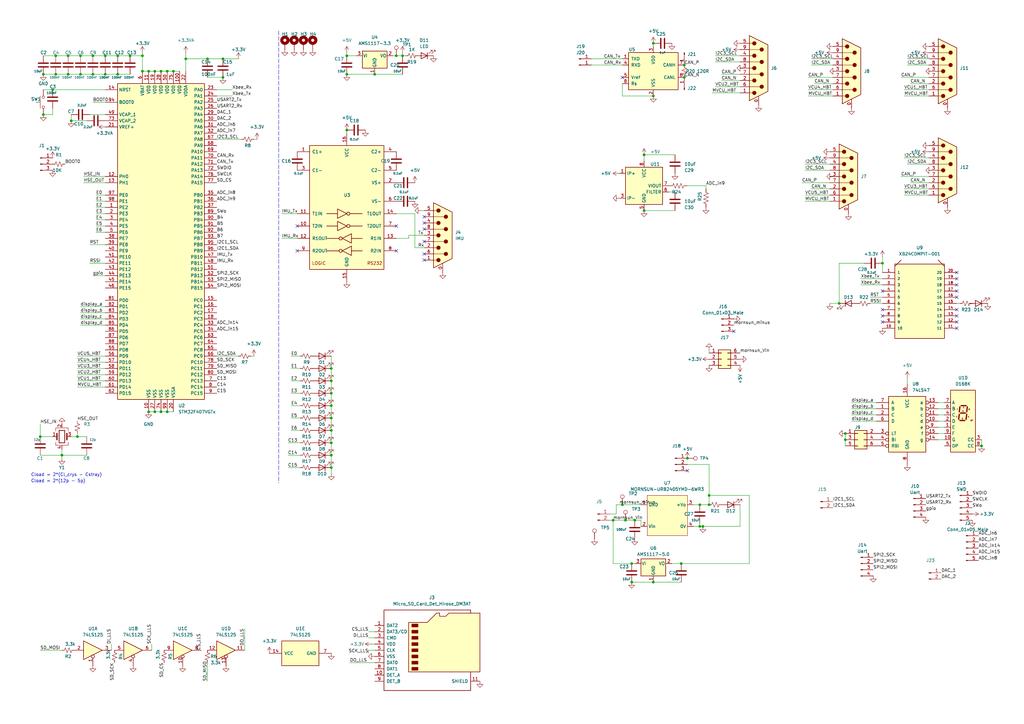
<source format=kicad_sch>
(kicad_sch (version 20231120) (generator "eeschema") (generator_version "8.0")
  (paper "A3")
  (lib_symbols
    (symbol "74xx:74LS125" (pin_names (offset 1.016))
      (property "Reference" "U" (at 0 1.27 0))
      (property "Value" "74LS125" (at 0 -1.27 0))
      (symbol "74LS125_1_0"
        (pin input inverted (at 0 -6.35 90) (length 4.445) (name "~") (number "1"))
        (pin input line (at -7.62 0 0) (length 3.81) (name "~") (number "2"))
        (pin tri_state line (at 7.62 0 180) (length 3.81) (name "~") (number "3"))
      )
      (symbol "74LS125_2_0"
        (pin input inverted (at 0 -6.35 90) (length 4.445) (name "~") (number "4"))
        (pin input line (at -7.62 0 0) (length 3.81) (name "~") (number "5"))
        (pin tri_state line (at 7.62 0 180) (length 3.81) (name "~") (number "6"))
      )
      (symbol "74LS125_3_0"
        (pin input inverted (at 0 -6.35 90) (length 4.445) (name "~") (number "10"))
        (pin tri_state line (at 7.62 0 180) (length 3.81) (name "~") (number "8"))
        (pin input line (at -7.62 0 0) (length 3.81) (name "~") (number "9"))
      )
      (symbol "74LS125_4_0"
        (pin tri_state line (at 7.62 0 180) (length 3.81) (name "~") (number "11"))
        (pin input line (at -7.62 0 0) (length 3.81) (name "~") (number "12"))
        (pin input inverted (at 0 -6.35 90) (length 4.445) (name "~") (number "13"))
      )
      (symbol "74LS125_5_0"
        (pin power_in line (at 0 12.7 270) (length 5.08) (name "VCC") (number "14"))
        (pin power_in line (at 0 -12.7 90) (length 5.08) (name "GND") (number "7"))
      )
    )
    (symbol "74xx:74LS47" (pin_names (offset 1.016))
      (property "Reference" "U" (at -7.62 11.43 0))
      (property "Value" "74LS47" (at -7.62 -13.97 0))
      (symbol "74LS47_1_0"
        (pin input line (at -12.7 5.08 0) (length 5.08) (name "B") (number "1"))
        (pin open_collector inverted (at 12.7 0 180) (length 5.08) (name "d") (number "10"))
        (pin open_collector inverted (at 12.7 2.54 180) (length 5.08) (name "c") (number "11"))
        (pin open_collector inverted (at 12.7 5.08 180) (length 5.08) (name "b") (number "12"))
        (pin open_collector inverted (at 12.7 7.62 180) (length 5.08) (name "a") (number "13"))
        (pin open_collector inverted (at 12.7 -7.62 180) (length 5.08) (name "g") (number "14"))
        (pin open_collector inverted (at 12.7 -5.08 180) (length 5.08) (name "f") (number "15"))
        (pin power_in line (at 0 15.24 270) (length 5.08) (name "VCC") (number "16"))
        (pin input line (at -12.7 2.54 0) (length 5.08) (name "C") (number "2"))
        (pin input inverted (at -12.7 -5.08 0) (length 5.08) (name "LT") (number "3"))
        (pin input inverted (at -12.7 -7.62 0) (length 5.08) (name "BI") (number "4"))
        (pin input inverted (at -12.7 -10.16 0) (length 5.08) (name "RBI") (number "5"))
        (pin input line (at -12.7 0 0) (length 5.08) (name "D") (number "6"))
        (pin input line (at -12.7 7.62 0) (length 5.08) (name "A") (number "7"))
        (pin power_in line (at 0 -17.78 90) (length 5.08) (name "GND") (number "8"))
        (pin open_collector inverted (at 12.7 -2.54 180) (length 5.08) (name "e") (number "9"))
      )
    )
    (symbol "Connector:Conn_01x01_Male" (pin_names (offset 1.016) hide)
      (property "Reference" "J" (at 0 2.54 0))
      (property "Value" "Conn_01x01_Male" (at 0 -2.54 0))
      (symbol "Conn_01x01_Male_1_1"
        (pin passive line (at 5.08 0 180) (length 3.81) (name "Pin_1") (number "1"))
      )
    )
    (symbol "Connector:Conn_01x02_Male" (pin_names (offset 1.016) hide)
      (property "Reference" "J" (at 0 2.54 0))
      (property "Value" "Conn_01x02_Male" (at 0 -5.08 0))
      (symbol "Conn_01x02_Male_1_1"
        (pin passive line (at 5.08 0 180) (length 3.81) (name "Pin_1") (number "1"))
        (pin passive line (at 5.08 -2.54 180) (length 3.81) (name "Pin_2") (number "2"))
      )
    )
    (symbol "Connector:Conn_01x03_Male" (pin_names (offset 1.016) hide)
      (property "Reference" "J" (at 0 5.08 0))
      (property "Value" "Conn_01x03_Male" (at 0 -5.08 0))
      (symbol "Conn_01x03_Male_1_1"
        (pin passive line (at 5.08 2.54 180) (length 3.81) (name "Pin_1") (number "1"))
        (pin passive line (at 5.08 0 180) (length 3.81) (name "Pin_2") (number "2"))
        (pin passive line (at 5.08 -2.54 180) (length 3.81) (name "Pin_3") (number "3"))
      )
    )
    (symbol "Connector:Conn_01x04_Male" (pin_names (offset 1.016) hide)
      (property "Reference" "J" (at 0 5.08 0))
      (property "Value" "Conn_01x04_Male" (at 0 -7.62 0))
      (symbol "Conn_01x04_Male_1_1"
        (pin passive line (at 5.08 2.54 180) (length 3.81) (name "Pin_1") (number "1"))
        (pin passive line (at 5.08 0 180) (length 3.81) (name "Pin_2") (number "2"))
        (pin passive line (at 5.08 -2.54 180) (length 3.81) (name "Pin_3") (number "3"))
        (pin passive line (at 5.08 -5.08 180) (length 3.81) (name "Pin_4") (number "4"))
      )
    )
    (symbol "Connector:Conn_01x05_Male" (pin_names (offset 1.016) hide)
      (property "Reference" "J" (at 0 7.62 0))
      (property "Value" "Conn_01x05_Male" (at 0 -7.62 0))
      (symbol "Conn_01x05_Male_1_1"
        (pin passive line (at 5.08 5.08 180) (length 3.81) (name "Pin_1") (number "1"))
        (pin passive line (at 5.08 2.54 180) (length 3.81) (name "Pin_2") (number "2"))
        (pin passive line (at 5.08 0 180) (length 3.81) (name "Pin_3") (number "3"))
        (pin passive line (at 5.08 -2.54 180) (length 3.81) (name "Pin_4") (number "4"))
        (pin passive line (at 5.08 -5.08 180) (length 3.81) (name "Pin_5") (number "5"))
      )
    )
    (symbol "Connector:DB9_Male_MountingHoles" (pin_names (offset 1.016) hide)
      (property "Reference" "J" (at 0 16.51 0))
      (property "Value" "DB9_Male_MountingHoles" (at 0 14.605 0))
      (symbol "DB9_Male_MountingHoles_1_1"
        (pin passive line (at 0 -15.24 90) (length 3.81) (name "PAD") (number "0"))
        (pin passive line (at -7.62 -10.16 0) (length 3.81) (name "1") (number "1"))
        (pin passive line (at -7.62 -5.08 0) (length 3.81) (name "2") (number "2"))
        (pin passive line (at -7.62 0 0) (length 3.81) (name "3") (number "3"))
        (pin passive line (at -7.62 5.08 0) (length 3.81) (name "4") (number "4"))
        (pin passive line (at -7.62 10.16 0) (length 3.81) (name "5") (number "5"))
        (pin passive line (at -7.62 -7.62 0) (length 3.81) (name "6") (number "6"))
        (pin passive line (at -7.62 -2.54 0) (length 3.81) (name "7") (number "7"))
        (pin passive line (at -7.62 2.54 0) (length 3.81) (name "8") (number "8"))
        (pin passive line (at -7.62 7.62 0) (length 3.81) (name "9") (number "9"))
      )
    )
    (symbol "Connector:Micro_SD_Card_Det_Hirose_DM3AT" (pin_names (offset 1.016))
      (property "Reference" "J" (at -16.51 17.78 0))
      (property "Value" "Micro_SD_Card_Det_Hirose_DM3AT" (at 16.51 17.78 0))
      (symbol "Micro_SD_Card_Det_Hirose_DM3AT_1_1"
        (pin bidirectional line (at -22.86 10.16 0) (length 3.81) (name "DAT2") (number "1"))
        (pin passive line (at -22.86 -10.16 0) (length 3.81) (name "DET_A") (number "10"))
        (pin passive line (at 20.32 -12.7 180) (length 3.81) (name "SHIELD") (number "11"))
        (pin bidirectional line (at -22.86 7.62 0) (length 3.81) (name "DAT3/CD") (number "2"))
        (pin input line (at -22.86 5.08 0) (length 3.81) (name "CMD") (number "3"))
        (pin power_in line (at -22.86 2.54 0) (length 3.81) (name "VDD") (number "4"))
        (pin input line (at -22.86 0 0) (length 3.81) (name "CLK") (number "5"))
        (pin power_in line (at -22.86 -2.54 0) (length 3.81) (name "VSS") (number "6"))
        (pin bidirectional line (at -22.86 -5.08 0) (length 3.81) (name "DAT0") (number "7"))
        (pin bidirectional line (at -22.86 -7.62 0) (length 3.81) (name "DAT1") (number "8"))
        (pin passive line (at -22.86 -12.7 0) (length 3.81) (name "DET_B") (number "9"))
      )
    )
    (symbol "Connector:TestPoint" (pin_numbers hide) (pin_names (offset 0.762) hide)
      (property "Reference" "TP" (at 0 6.858 0))
      (property "Value" "TestPoint" (at 0 5.08 0))
      (symbol "TestPoint_1_1"
        (pin passive line (at 0 0 90) (length 2.54) (name "1") (number "1"))
      )
    )
    (symbol "Connector_Generic:Conn_02x03_Counter_Clockwise" (pin_names (offset 1.016) hide)
      (property "Reference" "J" (at 1.27 5.08 0))
      (property "Value" "Conn_02x03_Counter_Clockwise" (at 1.27 -5.08 0))
      (symbol "Conn_02x03_Counter_Clockwise_1_1"
        (pin passive line (at -5.08 2.54 0) (length 3.81) (name "Pin_1") (number "1"))
        (pin passive line (at -5.08 0 0) (length 3.81) (name "Pin_2") (number "2"))
        (pin passive line (at -5.08 -2.54 0) (length 3.81) (name "Pin_3") (number "3"))
        (pin passive line (at 7.62 -2.54 180) (length 3.81) (name "Pin_4") (number "4"))
        (pin passive line (at 7.62 0 180) (length 3.81) (name "Pin_5") (number "5"))
        (pin passive line (at 7.62 2.54 180) (length 3.81) (name "Pin_6") (number "6"))
      )
    )
    (symbol "Connector_Generic:Conn_02x03_Odd_Even" (pin_names (offset 1.016) hide)
      (property "Reference" "J" (at 1.27 5.08 0))
      (property "Value" "Conn_02x03_Odd_Even" (at 1.27 -5.08 0))
      (symbol "Conn_02x03_Odd_Even_1_1"
        (pin passive line (at -5.08 2.54 0) (length 3.81) (name "Pin_1") (number "1"))
        (pin passive line (at 7.62 2.54 180) (length 3.81) (name "Pin_2") (number "2"))
        (pin passive line (at -5.08 0 0) (length 3.81) (name "Pin_3") (number "3"))
        (pin passive line (at 7.62 0 180) (length 3.81) (name "Pin_4") (number "4"))
        (pin passive line (at -5.08 -2.54 0) (length 3.81) (name "Pin_5") (number "5"))
        (pin passive line (at 7.62 -2.54 180) (length 3.81) (name "Pin_6") (number "6"))
      )
    )
    (symbol "Device:C" (pin_numbers hide) (pin_names (offset 0.254))
      (property "Reference" "C" (at 0.635 2.54 0))
      (property "Value" "C" (at 0.635 -2.54 0))
      (symbol "C_1_1"
        (pin passive line (at 0 3.81 270) (length 2.794) (name "~") (number "1"))
        (pin passive line (at 0 -3.81 90) (length 2.794) (name "~") (number "2"))
      )
    )
    (symbol "Device:Crystal_GND24" (pin_names (offset 1.016) hide)
      (property "Reference" "Y" (at 3.175 5.08 0))
      (property "Value" "Crystal_GND24" (at 3.175 3.175 0))
      (symbol "Crystal_GND24_1_1"
        (pin passive line (at -3.81 0 0) (length 1.27) (name "1") (number "1"))
        (pin passive line (at 0 5.08 270) (length 1.27) (name "2") (number "2"))
        (pin passive line (at 3.81 0 180) (length 1.27) (name "3") (number "3"))
        (pin passive line (at 0 -5.08 90) (length 1.27) (name "4") (number "4"))
      )
    )
    (symbol "Device:LED" (pin_numbers hide) (pin_names (offset 1.016) hide)
      (property "Reference" "D" (at 0 2.54 0))
      (property "Value" "LED" (at 0 -2.54 0))
      (symbol "LED_1_1"
        (pin passive line (at -3.81 0 0) (length 2.54) (name "K") (number "1"))
        (pin passive line (at 3.81 0 180) (length 2.54) (name "A") (number "2"))
      )
    )
    (symbol "Device:R_Small_US" (pin_numbers hide) (pin_names (offset 0.254) hide)
      (property "Reference" "R" (at 0.762 0.508 0))
      (property "Value" "R_Small_US" (at 0.762 -1.016 0))
      (symbol "R_Small_US_1_1"
        (pin passive line (at 0 2.54 270) (length 1.016) (name "~") (number "1"))
        (pin passive line (at 0 -2.54 90) (length 1.016) (name "~") (number "2"))
      )
    )
    (symbol "Device:R_US" (pin_numbers hide) (pin_names (offset 0))
      (property "Reference" "R" (at 2.54 0 90))
      (property "Value" "R_US" (at -2.54 0 90))
      (symbol "R_US_1_1"
        (pin passive line (at 0 3.81 270) (length 1.27) (name "~") (number "1"))
        (pin passive line (at 0 -3.81 90) (length 1.27) (name "~") (number "2"))
      )
    )
    (symbol "Display_Character:D168K"
      (property "Reference" "U" (at -2.54 13.97 0))
      (property "Value" "D168K" (at 1.27 13.97 0))
      (symbol "D168K_0_0"
        (text "A" (at 0.254 5.588 0) (effects (font (size 0.508 0.508))))
        (text "B" (at 2.54 4.826 0) (effects (font (size 0.508 0.508))))
        (text "C" (at 2.286 1.778 0) (effects (font (size 0.508 0.508))))
        (text "D" (at -0.254 1.016 0) (effects (font (size 0.508 0.508))))
        (text "DP" (at 3.556 0.254 0) (effects (font (size 0.508 0.508))))
        (text "E" (at -2.54 1.778 0) (effects (font (size 0.508 0.508))))
        (text "F" (at -2.286 4.826 0) (effects (font (size 0.508 0.508))))
        (text "G" (at 0 4.064 0) (effects (font (size 0.508 0.508))))
      )
      (symbol "D168K_1_1"
        (pin input line (at -7.62 -2.54 0) (length 2.54) (name "E") (number "1"))
        (pin input line (at -7.62 -7.62 0) (length 2.54) (name "G") (number "10"))
        (pin input line (at -7.62 0 0) (length 2.54) (name "D") (number "2"))
        (pin input line (at 7.62 -7.62 180) (length 2.54) (name "CC") (number "3"))
        (pin input line (at -7.62 2.54 0) (length 2.54) (name "C") (number "4"))
        (pin input line (at -7.62 -10.16 0) (length 2.54) (name "DP") (number "5"))
        (pin input line (at -7.62 5.08 0) (length 2.54) (name "B") (number "6"))
        (pin input line (at -7.62 7.62 0) (length 2.54) (name "A") (number "7"))
        (pin input line (at 7.62 -10.16 180) (length 2.54) (name "CC") (number "8"))
        (pin input line (at -7.62 -5.08 0) (length 2.54) (name "F") (number "9"))
      )
    )
    (symbol "GND_1" (power) (pin_names (offset 0))
      (property "Value" "GND_1" (at 0 -3.81 0))
      (symbol "GND_1_1_1"
        (pin power_in line (at 0 0 270) (length 0) hide (name "GND") (number "1"))
      )
    )
    (symbol "Interface_CAN_LIN:MCP2551-I-SN" (pin_names (offset 1.016))
      (property "Reference" "U" (at -10.16 8.89 0))
      (property "Value" "MCP2551-I-SN" (at 2.54 8.89 0))
      (symbol "MCP2551-I-SN_1_1"
        (pin input line (at -12.7 5.08 0) (length 2.54) (name "TXD") (number "1"))
        (pin power_in line (at 0 -10.16 90) (length 2.54) (name "VSS") (number "2"))
        (pin power_in line (at 0 10.16 270) (length 2.54) (name "VDD") (number "3"))
        (pin output line (at -12.7 2.54 0) (length 2.54) (name "RXD") (number "4"))
        (pin power_out line (at -12.7 -2.54 0) (length 2.54) (name "Vref") (number "5"))
        (pin bidirectional line (at 12.7 -2.54 180) (length 2.54) (name "CANL") (number "6"))
        (pin bidirectional line (at 12.7 2.54 180) (length 2.54) (name "CANH") (number "7"))
        (pin input line (at -12.7 -5.08 0) (length 2.54) (name "Rs") (number "8"))
      )
    )
    (symbol "Interface_UART:MAX232" (pin_names (offset 1.016))
      (property "Reference" "U" (at -2.54 28.575 0))
      (property "Value" "MAX232" (at -2.54 26.67 0))
      (symbol "MAX232_0_0"
        (text "LOGIC" (at -11.43 -22.86 0) (effects (font (size 1.27 1.27))))
        (text "RS232" (at 11.43 -22.86 0) (effects (font (size 1.27 1.27))))
      )
      (symbol "MAX232_1_1"
        (pin passive line (at -20.32 22.86 0) (length 5.08) (name "C1+") (number "1"))
        (pin input line (at -20.32 -7.62 0) (length 5.08) (name "T2IN") (number "10"))
        (pin input line (at -20.32 -2.54 0) (length 5.08) (name "T1IN") (number "11"))
        (pin output line (at -20.32 -12.7 0) (length 5.08) (name "R1OUT") (number "12"))
        (pin input line (at 20.32 -12.7 180) (length 5.08) (name "R1IN") (number "13"))
        (pin output line (at 20.32 -2.54 180) (length 5.08) (name "T1OUT") (number "14"))
        (pin power_in line (at 0 -30.48 90) (length 5.08) (name "GND") (number "15"))
        (pin power_in line (at 0 30.48 270) (length 5.08) (name "VCC") (number "16"))
        (pin power_out line (at 20.32 10.16 180) (length 5.08) (name "VS+") (number "2"))
        (pin passive line (at -20.32 15.24 0) (length 5.08) (name "C1-") (number "3"))
        (pin passive line (at 20.32 22.86 180) (length 5.08) (name "C2+") (number "4"))
        (pin passive line (at 20.32 15.24 180) (length 5.08) (name "C2-") (number "5"))
        (pin power_out line (at 20.32 2.54 180) (length 5.08) (name "VS-") (number "6"))
        (pin output line (at 20.32 -7.62 180) (length 5.08) (name "T2OUT") (number "7"))
        (pin input line (at 20.32 -17.78 180) (length 5.08) (name "R2IN") (number "8"))
        (pin output line (at -20.32 -17.78 0) (length 5.08) (name "R2OUT") (number "9"))
      )
    )
    (symbol "MCU_ST_STM32F4:STM32F407VGTx"
      (property "Reference" "U" (at -17.78 64.77 0))
      (property "Value" "STM32F407VGTx" (at 12.7 64.77 0))
      (symbol "STM32F407VGTx_1_1"
        (pin bidirectional line (at -22.86 12.7 0) (length 5.08) (name "PE2") (number "1"))
        (pin power_in line (at -5.08 -71.12 90) (length 5.08) (name "VSS") (number "10"))
        (pin power_in line (at 7.62 68.58 270) (length 5.08) (name "VDD") (number "100"))
        (pin power_in line (at -5.08 68.58 270) (length 5.08) (name "VDD") (number "11"))
        (pin input line (at -22.86 25.4 0) (length 5.08) (name "PH0") (number "12"))
        (pin input line (at -22.86 22.86 0) (length 5.08) (name "PH1") (number "13"))
        (pin input line (at -22.86 60.96 0) (length 5.08) (name "NRST") (number "14"))
        (pin bidirectional line (at 22.86 -25.4 180) (length 5.08) (name "PC0") (number "15"))
        (pin bidirectional line (at 22.86 -27.94 180) (length 5.08) (name "PC1") (number "16"))
        (pin bidirectional line (at 22.86 -30.48 180) (length 5.08) (name "PC2") (number "17"))
        (pin bidirectional line (at 22.86 -33.02 180) (length 5.08) (name "PC3") (number "18"))
        (pin power_in line (at -2.54 68.58 270) (length 5.08) (name "VDD") (number "19"))
        (pin bidirectional line (at -22.86 10.16 0) (length 5.08) (name "PE3") (number "2"))
        (pin power_in line (at 5.08 -71.12 90) (length 5.08) (name "VSSA") (number "20"))
        (pin power_in line (at -22.86 45.72 0) (length 5.08) (name "VREF+") (number "21"))
        (pin power_in line (at 10.16 68.58 270) (length 5.08) (name "VDDA") (number "22"))
        (pin bidirectional line (at 22.86 60.96 180) (length 5.08) (name "PA0") (number "23"))
        (pin bidirectional line (at 22.86 58.42 180) (length 5.08) (name "PA1") (number "24"))
        (pin bidirectional line (at 22.86 55.88 180) (length 5.08) (name "PA2") (number "25"))
        (pin bidirectional line (at 22.86 53.34 180) (length 5.08) (name "PA3") (number "26"))
        (pin power_in line (at -2.54 -71.12 90) (length 5.08) (name "VSS") (number "27"))
        (pin power_in line (at 0 68.58 270) (length 5.08) (name "VDD") (number "28"))
        (pin bidirectional line (at 22.86 50.8 180) (length 5.08) (name "PA4") (number "29"))
        (pin bidirectional line (at -22.86 7.62 0) (length 5.08) (name "PE4") (number "3"))
        (pin bidirectional line (at 22.86 48.26 180) (length 5.08) (name "PA5") (number "30"))
        (pin bidirectional line (at 22.86 45.72 180) (length 5.08) (name "PA6") (number "31"))
        (pin bidirectional line (at 22.86 43.18 180) (length 5.08) (name "PA7") (number "32"))
        (pin bidirectional line (at 22.86 -35.56 180) (length 5.08) (name "PC4") (number "33"))
        (pin bidirectional line (at 22.86 -38.1 180) (length 5.08) (name "PC5") (number "34"))
        (pin bidirectional line (at 22.86 17.78 180) (length 5.08) (name "PB0") (number "35"))
        (pin bidirectional line (at 22.86 15.24 180) (length 5.08) (name "PB1") (number "36"))
        (pin bidirectional line (at 22.86 12.7 180) (length 5.08) (name "PB2") (number "37"))
        (pin bidirectional line (at -22.86 0 0) (length 5.08) (name "PE7") (number "38"))
        (pin bidirectional line (at -22.86 -2.54 0) (length 5.08) (name "PE8") (number "39"))
        (pin bidirectional line (at -22.86 5.08 0) (length 5.08) (name "PE5") (number "4"))
        (pin bidirectional line (at -22.86 -5.08 0) (length 5.08) (name "PE9") (number "40"))
        (pin bidirectional line (at -22.86 -7.62 0) (length 5.08) (name "PE10") (number "41"))
        (pin bidirectional line (at -22.86 -10.16 0) (length 5.08) (name "PE11") (number "42"))
        (pin bidirectional line (at -22.86 -12.7 0) (length 5.08) (name "PE12") (number "43"))
        (pin bidirectional line (at -22.86 -15.24 0) (length 5.08) (name "PE13") (number "44"))
        (pin bidirectional line (at -22.86 -17.78 0) (length 5.08) (name "PE14") (number "45"))
        (pin bidirectional line (at -22.86 -20.32 0) (length 5.08) (name "PE15") (number "46"))
        (pin bidirectional line (at 22.86 -7.62 180) (length 5.08) (name "PB10") (number "47"))
        (pin bidirectional line (at 22.86 -10.16 180) (length 5.08) (name "PB11") (number "48"))
        (pin power_in line (at -22.86 50.8 0) (length 5.08) (name "VCAP_1") (number "49"))
        (pin bidirectional line (at -22.86 2.54 0) (length 5.08) (name "PE6") (number "5"))
        (pin power_in line (at 2.54 68.58 270) (length 5.08) (name "VDD") (number "50"))
        (pin bidirectional line (at 22.86 -12.7 180) (length 5.08) (name "PB12") (number "51"))
        (pin bidirectional line (at 22.86 -15.24 180) (length 5.08) (name "PB13") (number "52"))
        (pin bidirectional line (at 22.86 -17.78 180) (length 5.08) (name "PB14") (number "53"))
        (pin bidirectional line (at 22.86 -20.32 180) (length 5.08) (name "PB15") (number "54"))
        (pin bidirectional line (at -22.86 -45.72 0) (length 5.08) (name "PD8") (number "55"))
        (pin bidirectional line (at -22.86 -48.26 0) (length 5.08) (name "PD9") (number "56"))
        (pin bidirectional line (at -22.86 -50.8 0) (length 5.08) (name "PD10") (number "57"))
        (pin bidirectional line (at -22.86 -53.34 0) (length 5.08) (name "PD11") (number "58"))
        (pin bidirectional line (at -22.86 -55.88 0) (length 5.08) (name "PD12") (number "59"))
        (pin power_in line (at -7.62 68.58 270) (length 5.08) (name "VBAT") (number "6"))
        (pin bidirectional line (at -22.86 -58.42 0) (length 5.08) (name "PD13") (number "60"))
        (pin bidirectional line (at -22.86 -60.96 0) (length 5.08) (name "PD14") (number "61"))
        (pin bidirectional line (at -22.86 -63.5 0) (length 5.08) (name "PD15") (number "62"))
        (pin bidirectional line (at 22.86 -40.64 180) (length 5.08) (name "PC6") (number "63"))
        (pin bidirectional line (at 22.86 -43.18 180) (length 5.08) (name "PC7") (number "64"))
        (pin bidirectional line (at 22.86 -45.72 180) (length 5.08) (name "PC8") (number "65"))
        (pin bidirectional line (at 22.86 -48.26 180) (length 5.08) (name "PC9") (number "66"))
        (pin bidirectional line (at 22.86 40.64 180) (length 5.08) (name "PA8") (number "67"))
        (pin bidirectional line (at 22.86 38.1 180) (length 5.08) (name "PA9") (number "68"))
        (pin bidirectional line (at 22.86 35.56 180) (length 5.08) (name "PA10") (number "69"))
        (pin bidirectional line (at 22.86 -58.42 180) (length 5.08) (name "PC13") (number "7"))
        (pin bidirectional line (at 22.86 33.02 180) (length 5.08) (name "PA11") (number "70"))
        (pin bidirectional line (at 22.86 30.48 180) (length 5.08) (name "PA12") (number "71"))
        (pin bidirectional line (at 22.86 27.94 180) (length 5.08) (name "PA13") (number "72"))
        (pin power_in line (at -22.86 48.26 0) (length 5.08) (name "VCAP_2") (number "73"))
        (pin power_in line (at 0 -71.12 90) (length 5.08) (name "VSS") (number "74"))
        (pin power_in line (at 5.08 68.58 270) (length 5.08) (name "VDD") (number "75"))
        (pin bidirectional line (at 22.86 25.4 180) (length 5.08) (name "PA14") (number "76"))
        (pin bidirectional line (at 22.86 22.86 180) (length 5.08) (name "PA15") (number "77"))
        (pin bidirectional line (at 22.86 -50.8 180) (length 5.08) (name "PC10") (number "78"))
        (pin bidirectional line (at 22.86 -53.34 180) (length 5.08) (name "PC11") (number "79"))
        (pin bidirectional line (at 22.86 -60.96 180) (length 5.08) (name "PC14") (number "8"))
        (pin bidirectional line (at 22.86 -55.88 180) (length 5.08) (name "PC12") (number "80"))
        (pin bidirectional line (at -22.86 -25.4 0) (length 5.08) (name "PD0") (number "81"))
        (pin bidirectional line (at -22.86 -27.94 0) (length 5.08) (name "PD1") (number "82"))
        (pin bidirectional line (at -22.86 -30.48 0) (length 5.08) (name "PD2") (number "83"))
        (pin bidirectional line (at -22.86 -33.02 0) (length 5.08) (name "PD3") (number "84"))
        (pin bidirectional line (at -22.86 -35.56 0) (length 5.08) (name "PD4") (number "85"))
        (pin bidirectional line (at -22.86 -38.1 0) (length 5.08) (name "PD5") (number "86"))
        (pin bidirectional line (at -22.86 -40.64 0) (length 5.08) (name "PD6") (number "87"))
        (pin bidirectional line (at -22.86 -43.18 0) (length 5.08) (name "PD7") (number "88"))
        (pin bidirectional line (at 22.86 10.16 180) (length 5.08) (name "PB3") (number "89"))
        (pin bidirectional line (at 22.86 -63.5 180) (length 5.08) (name "PC15") (number "9"))
        (pin bidirectional line (at 22.86 7.62 180) (length 5.08) (name "PB4") (number "90"))
        (pin bidirectional line (at 22.86 5.08 180) (length 5.08) (name "PB5") (number "91"))
        (pin bidirectional line (at 22.86 2.54 180) (length 5.08) (name "PB6") (number "92"))
        (pin bidirectional line (at 22.86 0 180) (length 5.08) (name "PB7") (number "93"))
        (pin input line (at -22.86 55.88 0) (length 5.08) (name "BOOT0") (number "94"))
        (pin bidirectional line (at 22.86 -2.54 180) (length 5.08) (name "PB8") (number "95"))
        (pin bidirectional line (at 22.86 -5.08 180) (length 5.08) (name "PB9") (number "96"))
        (pin bidirectional line (at -22.86 17.78 0) (length 5.08) (name "PE0") (number "97"))
        (pin bidirectional line (at -22.86 15.24 0) (length 5.08) (name "PE1") (number "98"))
        (pin power_in line (at 2.54 -71.12 90) (length 5.08) (name "VSS") (number "99"))
      )
    )
    (symbol "Mechanical:MountingHole_Pad" (pin_numbers hide) (pin_names (offset 1.016) hide)
      (property "Reference" "H" (at 0 6.35 0))
      (property "Value" "MountingHole_Pad" (at 0 4.445 0))
      (symbol "MountingHole_Pad_1_1"
        (pin input line (at 0 -2.54 90) (length 2.54) (name "1") (number "1"))
      )
    )
    (symbol "Regulator_Linear:AMS1117-3.3" (pin_names (offset 0.254))
      (property "Reference" "U" (at -3.81 3.175 0))
      (property "Value" "AMS1117-3.3" (at 0 3.175 0))
      (symbol "AMS1117-3.3_1_1"
        (pin power_in line (at 0 -7.62 90) (length 2.54) (name "GND") (number "1"))
        (pin power_out line (at 7.62 0 180) (length 2.54) (name "VO") (number "2"))
        (pin power_in line (at -7.62 0 0) (length 2.54) (name "VI") (number "3"))
      )
    )
    (symbol "Regulator_Linear:AMS1117-5.0" (pin_names (offset 0.254))
      (property "Reference" "U" (at -3.81 3.175 0))
      (property "Value" "AMS1117-5.0" (at 0 3.175 0))
      (symbol "AMS1117-5.0_1_1"
        (pin power_in line (at 0 -7.62 90) (length 2.54) (name "GND") (number "1"))
        (pin power_out line (at 7.62 0 180) (length 2.54) (name "VO") (number "2"))
        (pin power_in line (at -7.62 0 0) (length 2.54) (name "VI") (number "3"))
      )
    )
    (symbol "Sensor_Current:ACS712xLCTR-20A"
      (property "Reference" "U" (at 2.54 11.43 0))
      (property "Value" "ACS712xLCTR-20A" (at 2.54 8.89 0))
      (symbol "ACS712xLCTR-20A_1_1"
        (pin passive line (at -10.16 5.08 0) (length 2.54) (name "IP+") (number "1"))
        (pin passive line (at -10.16 5.08 0) (length 2.54) hide (name "IP+") (number "2"))
        (pin passive line (at -10.16 -5.08 0) (length 2.54) (name "IP-") (number "3"))
        (pin passive line (at -10.16 -5.08 0) (length 2.54) hide (name "IP-") (number "4"))
        (pin power_in line (at 0 -10.16 90) (length 2.54) (name "GND") (number "5"))
        (pin passive line (at 10.16 -2.54 180) (length 2.54) (name "FILTER") (number "6"))
        (pin output line (at 10.16 0 180) (length 2.54) (name "VIOUT") (number "7"))
        (pin power_in line (at 0 10.16 270) (length 2.54) (name "VCC") (number "8"))
      )
    )
    (symbol "Switch:SW_Push" (pin_numbers hide) (pin_names (offset 1.016) hide)
      (property "Reference" "SW" (at 1.27 2.54 0))
      (property "Value" "SW_Push" (at 0 -1.524 0))
      (symbol "SW_Push_0_1"
        (pin passive line (at -5.08 0 0) (length 2.54) (name "1") (number "1"))
        (pin passive line (at 5.08 0 180) (length 2.54) (name "2") (number "2"))
      )
    )
    (symbol "XB24CDMPIT-001:XB24CDMPIT-001" (pin_names (offset 1.016))
      (property "Reference" "U" (at 0 0 0))
      (property "Value" "XB24CDMPIT-001" (at 0 0 0))
      (symbol "XB24CDMPIT-001_0_0"
        (pin bidirectional line (at -15.24 10.16 0) (length 5.08) (name "1") (number "1"))
        (pin bidirectional line (at -15.24 -12.7 0) (length 5.08) (name "10") (number "10"))
        (pin bidirectional line (at 15.24 -12.7 180) (length 5.08) (name "11") (number "11"))
        (pin bidirectional line (at 15.24 -10.16 180) (length 5.08) (name "12") (number "12"))
        (pin bidirectional line (at 15.24 -7.62 180) (length 5.08) (name "13") (number "13"))
        (pin bidirectional line (at 15.24 -5.08 180) (length 5.08) (name "14") (number "14"))
        (pin bidirectional line (at 15.24 -2.54 180) (length 5.08) (name "15") (number "15"))
        (pin bidirectional line (at 15.24 0 180) (length 5.08) (name "16") (number "16"))
        (pin bidirectional line (at 15.24 2.54 180) (length 5.08) (name "17") (number "17"))
        (pin bidirectional line (at 15.24 5.08 180) (length 5.08) (name "18") (number "18"))
        (pin bidirectional line (at 15.24 7.62 180) (length 5.08) (name "19") (number "19"))
        (pin bidirectional line (at -15.24 7.62 0) (length 5.08) (name "2") (number "2"))
        (pin bidirectional line (at 15.24 10.16 180) (length 5.08) (name "20") (number "20"))
        (pin bidirectional line (at -15.24 5.08 0) (length 5.08) (name "3") (number "3"))
        (pin bidirectional line (at -15.24 2.54 0) (length 5.08) (name "4") (number "4"))
        (pin bidirectional line (at -15.24 0 0) (length 5.08) (name "5") (number "5"))
        (pin bidirectional line (at -15.24 -2.54 0) (length 5.08) (name "6") (number "6"))
        (pin bidirectional line (at -15.24 -5.08 0) (length 5.08) (name "7") (number "7"))
        (pin bidirectional line (at -15.24 -7.62 0) (length 5.08) (name "8") (number "8"))
        (pin bidirectional line (at -15.24 -10.16 0) (length 5.08) (name "9") (number "9"))
      )
    )
    (symbol "power:+3.3V" (power) (pin_names (offset 0))
      (property "Value" "+3.3V" (at 0 3.556 0))
      (symbol "+3.3V_1_1"
        (pin power_in line (at 0 0 90) (length 0) hide (name "+3.3V") (number "1"))
      )
    )
    (symbol "power:+3.3VA" (power) (pin_names (offset 0))
      (property "Value" "+3.3VA" (at 0 3.556 0))
      (symbol "+3.3VA_1_1"
        (pin power_in line (at 0 0 90) (length 0) hide (name "+3.3VA") (number "1"))
      )
    )
    (symbol "power:+5V" (power) (pin_names (offset 0))
      (property "Value" "+5V" (at 0 3.556 0))
      (symbol "+5V_1_1"
        (pin power_in line (at 0 0 90) (length 0) hide (name "+5V") (number "1"))
      )
    )
    (symbol "power:GND" (power) (pin_names (offset 0))
      (property "Value" "GND" (at 0 -3.81 0))
      (symbol "GND_1_1"
        (pin power_in line (at 0 0 270) (length 0) hide (name "GND") (number "1"))
      )
    )
    (symbol "varad:MORNSUN-URB2405YMD-6WR3"
      (property "Reference" "U" (at -8.89 -2.54 0))
      (property "Value" "MORNSUN-URB2405YMD-6WR3" (at -3.81 8.89 0))
      (symbol "MORNSUN-URB2405YMD-6WR3_1_1"
        (pin input line (at -20.32 2.54 0) (length 2.54) (name "GND") (number "1"))
        (pin input line (at -20.32 -6.35 0) (length 2.54) (name "Vin") (number "2"))
        (pin output line (at 1.27 2.54 180) (length 2.54) (name "+Vo") (number "3"))
        (pin input line (at 1.27 -6.35 180) (length 2.54) (name "0V") (number "4"))
      )
    )
  )
  (junction (at 281.94 187.96))
  (junction (at 48.26 22.86))
  (junction (at 153.67 30.48))
  (junction (at 43.18 30.48))
  (junction (at 344.17 124.46))
  (junction (at 63.5 29.21))
  (junction (at 162.56 22.86))
  (junction (at 251.46 213.36))
  (junction (at 27.94 22.86))
  (junction (at 135.89 156.21))
  (junction (at 22.86 22.86))
  (junction (at 58.42 29.21))
  (junction (at 17.78 46.99))
  (junction (at 38.1 22.86))
  (junction (at 29.21 49.53))
  (junction (at 76.2 24.13))
  (junction (at 22.86 30.48))
  (junction (at 142.24 22.86))
  (junction (at 287.02 215.9))
  (junction (at 135.89 151.13))
  (junction (at 91.44 31.75))
  (junction (at 85.09 24.13))
  (junction (at 48.26 30.48))
  (junction (at 33.02 22.86))
  (junction (at 165.1 22.86))
  (junction (at 280.67 26.67))
  (junction (at 259.08 238.76))
  (junction (at 60.96 168.91))
  (junction (at 25.4 186.69))
  (junction (at 68.58 29.21))
  (junction (at 16.51 179.07))
  (junction (at 279.4 231.14))
  (junction (at 135.89 181.61))
  (junction (at 66.04 168.91))
  (junction (at 290.83 203.2))
  (junction (at 290.83 207.01))
  (junction (at 21.59 36.83))
  (junction (at 142.24 30.48))
  (junction (at 267.97 238.76))
  (junction (at 135.89 186.69))
  (junction (at 43.18 22.86))
  (junction (at 346.71 180.34))
  (junction (at 31.75 179.07))
  (junction (at 264.16 63.5))
  (junction (at 346.71 177.8))
  (junction (at 267.97 17.78))
  (junction (at 58.42 22.86))
  (junction (at 142.24 53.34))
  (junction (at 66.04 29.21))
  (junction (at 135.89 176.53))
  (junction (at 267.97 39.37))
  (junction (at 63.5 168.91))
  (junction (at 17.78 30.48))
  (junction (at 53.34 22.86))
  (junction (at 135.89 191.77))
  (junction (at 259.08 231.14))
  (junction (at 71.12 29.21))
  (junction (at 402.59 182.88))
  (junction (at 38.1 30.48))
  (junction (at 287.02 207.01))
  (junction (at 91.44 24.13))
  (junction (at 135.89 171.45))
  (junction (at 288.29 215.9))
  (junction (at 280.67 31.75))
  (junction (at 256.54 213.36))
  (junction (at 264.16 86.36))
  (junction (at 255.27 207.01))
  (junction (at 27.94 30.48))
  (junction (at 135.89 161.29))
  (junction (at 33.02 30.48))
  (junction (at 68.58 168.91))
  (junction (at 361.95 107.95))
  (junction (at 60.96 29.21))
  (junction (at 135.89 166.37))
  (junction (at 260.35 213.36))
  (no_connect (at 392.43 127))
  (no_connect (at 173.99 106.68))
  (no_connect (at 392.43 111.76))
  (no_connect (at 300.99 135.89))
  (no_connect (at 392.43 129.54))
  (no_connect (at 392.43 121.92))
  (no_connect (at 392.43 114.3))
  (no_connect (at 361.95 127))
  (no_connect (at 121.92 92.71))
  (no_connect (at 173.99 99.06))
  (no_connect (at 392.43 116.84))
  (no_connect (at 392.43 134.62))
  (no_connect (at 162.56 102.87))
  (no_connect (at 281.94 193.04))
  (no_connect (at 392.43 119.38))
  (no_connect (at 392.43 132.08))
  (no_connect (at 173.99 93.98))
  (no_connect (at 173.99 91.44))
  (no_connect (at 255.27 31.75))
  (no_connect (at 361.95 119.38))
  (no_connect (at 173.99 104.14))
  (no_connect (at 361.95 129.54))
  (no_connect (at 173.99 88.9))
  (no_connect (at 162.56 92.71))
  (no_connect (at 121.92 102.87))
  (no_connect (at 361.95 132.08))
  (wire (pts (xy 85.09 24.13) (xy 91.44 24.13)))
  (wire (pts (xy 284.48 215.9) (xy 287.02 215.9)))
  (wire (pts (xy 346.71 180.34) (xy 346.71 182.88)))
  (wire (pts (xy 16.51 266.7) (xy 25.4 266.7)))
  (wire (pts (xy 58.42 22.86) (xy 53.34 22.86)))
  (wire (pts (xy 88.9 146.05) (xy 97.79 146.05)))
  (wire (pts (xy 387.35 170.18) (xy 384.81 170.18)))
  (wire (pts (xy 275.59 231.14) (xy 279.4 231.14)))
  (wire (pts (xy 135.89 151.13) (xy 135.89 156.21)))
  (wire (pts (xy 334.01 34.29) (xy 341.63 34.29)))
  (wire (pts (xy 252.73 210.82) (xy 250.19 210.82)))
  (wire (pts (xy 48.26 22.86) (xy 53.34 22.86)))
  (wire (pts (xy 27.94 22.86) (xy 33.02 22.86)))
  (wire (pts (xy 135.89 146.05) (xy 135.89 151.13)))
  (wire (pts (xy 119.38 151.13) (xy 123.19 151.13)))
  (wire (pts (xy 151.13 267.97) (xy 151.13 266.7)))
  (wire (pts (xy 152.4 264.16) (xy 153.67 264.16)))
  (wire (pts (xy 332.74 77.47) (xy 340.36 77.47)))
  (wire (pts (xy 293.37 35.56) (xy 303.53 35.56)))
  (wire (pts (xy 255.27 207.01) (xy 262.89 207.01)))
  (wire (pts (xy 36.83 107.95) (xy 43.18 107.95)))
  (wire (pts (xy 66.04 168.91) (xy 68.58 168.91)))
  (wire (pts (xy 167.64 97.79) (xy 167.64 96.52)))
  (wire (pts (xy 58.42 29.21) (xy 58.42 22.86)))
  (wire (pts (xy 341.63 72.39) (xy 340.36 72.39)))
  (wire (pts (xy 36.83 46.99) (xy 43.18 46.99)))
  (wire (pts (xy 251.46 213.36) (xy 256.54 213.36)))
  (wire (pts (xy 387.35 177.8) (xy 384.81 177.8)))
  (wire (pts (xy 119.38 156.21) (xy 123.19 156.21)))
  (wire (pts (xy 349.25 165.1) (xy 359.41 165.1)))
  (wire (pts (xy 304.8 27.94) (xy 303.53 27.94)))
  (wire (pts (xy 289.56 76.2) (xy 289.56 77.47)))
  (wire (pts (xy 88.9 57.15) (xy 99.06 57.15)))
  (wire (pts (xy 21.59 46.99) (xy 17.78 46.99)))
  (wire (pts (xy 142.24 30.48) (xy 153.67 30.48)))
  (wire (pts (xy 330.2 67.31) (xy 340.36 67.31)))
  (wire (pts (xy 173.99 86.36) (xy 172.72 86.36)))
  (wire (pts (xy 242.57 26.67) (xy 255.27 26.67)))
  (wire (pts (xy 33.02 128.27) (xy 43.18 128.27)))
  (wire (pts (xy 135.89 161.29) (xy 135.89 166.37)))
  (wire (pts (xy 303.53 207.01) (xy 303.53 215.9)))
  (wire (pts (xy 17.78 22.86) (xy 22.86 22.86)))
  (wire (pts (xy 373.38 34.29) (xy 381 34.29)))
  (wire (pts (xy 167.64 96.52) (xy 173.99 96.52)))
  (wire (pts (xy 393.7 124.46) (xy 392.43 124.46)))
  (wire (pts (xy 260.35 213.36) (xy 262.89 213.36)))
  (wire (pts (xy 135.89 171.45) (xy 135.89 176.53)))
  (wire (pts (xy 346.71 177.8) (xy 346.71 180.34)))
  (wire (pts (xy 382.27 29.21) (xy 381 29.21)))
  (wire (pts (xy 119.38 166.37) (xy 123.19 166.37)))
  (polyline (pts (xy 114.3 12.7) (xy 114.3 198.12)) (stroke (width 0) (type dash)))
  (wire (pts (xy 331.47 31.75) (xy 341.63 31.75)))
  (wire (pts (xy 38.1 113.03) (xy 43.18 113.03)))
  (wire (pts (xy 76.2 29.21) (xy 76.2 24.13)))
  (wire (pts (xy 250.19 213.36) (xy 251.46 213.36)))
  (wire (pts (xy 118.11 186.69) (xy 123.19 186.69)))
  (wire (pts (xy 38.1 30.48) (xy 43.18 30.48)))
  (wire (pts (xy 290.83 203.2) (xy 307.34 203.2)))
  (wire (pts (xy 274.32 78.74) (xy 276.86 78.74)))
  (wire (pts (xy 242.57 24.13) (xy 255.27 24.13)))
  (wire (pts (xy 68.58 29.21) (xy 71.12 29.21)))
  (wire (pts (xy 332.74 26.67) (xy 341.63 26.67)))
  (wire (pts (xy 293.37 22.86) (xy 303.53 22.86)))
  (wire (pts (xy 292.1 38.1) (xy 303.53 38.1)))
  (wire (pts (xy 135.89 186.69) (xy 135.89 191.77)))
  (wire (pts (xy 58.42 21.59) (xy 58.42 22.86)))
  (wire (pts (xy 262.89 213.36) (xy 262.89 215.9)))
  (wire (pts (xy 356.87 121.92) (xy 361.95 121.92)))
  (wire (pts (xy 66.04 29.21) (xy 68.58 29.21)))
  (wire (pts (xy 142.24 22.86) (xy 146.05 22.86)))
  (wire (pts (xy 151.13 259.08) (xy 153.67 259.08)))
  (wire (pts (xy 25.4 187.96) (xy 25.4 186.69)))
  (wire (pts (xy 387.35 165.1) (xy 384.81 165.1)))
  (wire (pts (xy 255.27 39.37) (xy 267.97 39.37)))
  (wire (pts (xy 349.25 172.72) (xy 359.41 172.72)))
  (wire (pts (xy 259.08 231.14) (xy 251.46 231.14)))
  (wire (pts (xy 63.5 168.91) (xy 66.04 168.91)))
  (wire (pts (xy 373.38 74.93) (xy 381 74.93)))
  (wire (pts (xy 29.21 46.99) (xy 29.21 49.53)))
  (wire (pts (xy 387.35 180.34) (xy 384.81 180.34)))
  (wire (pts (xy 370.84 80.01) (xy 381 80.01)))
  (wire (pts (xy 25.4 186.69) (xy 25.4 184.15)))
  (wire (pts (xy 29.21 179.07) (xy 31.75 179.07)))
  (wire (pts (xy 288.29 215.9) (xy 287.02 215.9)))
  (wire (pts (xy 293.37 25.4) (xy 303.53 25.4)))
  (wire (pts (xy 39.37 87.63) (xy 43.18 87.63)))
  (wire (pts (xy 63.5 29.21) (xy 66.04 29.21)))
  (wire (pts (xy 38.1 41.91) (xy 43.18 41.91)))
  (wire (pts (xy 95.25 36.83) (xy 88.9 36.83)))
  (wire (pts (xy 370.84 39.37) (xy 381 39.37)))
  (wire (pts (xy 170.18 101.6) (xy 173.99 101.6)))
  (wire (pts (xy 330.2 80.01) (xy 340.36 80.01)))
  (wire (pts (xy 303.53 215.9) (xy 288.29 215.9)))
  (wire (pts (xy 349.25 167.64) (xy 359.41 167.64)))
  (wire (pts (xy 31.75 153.67) (xy 43.18 153.67)))
  (wire (pts (xy 31.75 177.8) (xy 31.75 179.07)))
  (wire (pts (xy 33.02 133.35) (xy 43.18 133.35)))
  (wire (pts (xy 76.2 21.59) (xy 76.2 24.13)))
  (wire (pts (xy 256.54 213.36) (xy 260.35 213.36)))
  (wire (pts (xy 372.11 154.94) (xy 372.11 157.48)))
  (wire (pts (xy 39.37 90.17) (xy 43.18 90.17)))
  (wire (pts (xy 31.75 156.21) (xy 43.18 156.21)))
  (wire (pts (xy 370.84 77.47) (xy 381 77.47)))
  (wire (pts (xy 264.16 86.36) (xy 276.86 86.36)))
  (wire (pts (xy 119.38 161.29) (xy 123.19 161.29)))
  (wire (pts (xy 361.95 105.41) (xy 361.95 107.95)))
  (wire (pts (xy 62.23 264.16) (xy 62.23 266.7)))
  (wire (pts (xy 332.74 24.13) (xy 341.63 24.13)))
  (wire (pts (xy 402.59 180.34) (xy 402.59 182.88)))
  (wire (pts (xy 387.35 172.72) (xy 384.81 172.72)))
  (wire (pts (xy 39.37 92.71) (xy 43.18 92.71)))
  (wire (pts (xy 264.16 63.5) (xy 264.16 66.04)))
  (wire (pts (xy 33.02 130.81) (xy 43.18 130.81)))
  (wire (pts (xy 36.83 100.33) (xy 43.18 100.33)))
  (wire (pts (xy 119.38 171.45) (xy 123.19 171.45)))
  (wire (pts (xy 17.78 30.48) (xy 22.86 30.48)))
  (wire (pts (xy 162.56 87.63) (xy 170.18 87.63)))
  (wire (pts (xy 115.57 87.63) (xy 121.92 87.63)))
  (wire (pts (xy 31.75 146.05) (xy 43.18 146.05)))
  (wire (pts (xy 330.2 82.55) (xy 340.36 82.55)))
  (wire (pts (xy 135.89 156.21) (xy 135.89 161.29)))
  (wire (pts (xy 102.87 146.05) (xy 104.14 146.05)))
  (wire (pts (xy 142.24 53.34) (xy 142.24 54.61)))
  (wire (pts (xy 387.35 175.26) (xy 384.81 175.26)))
  (wire (pts (xy 39.37 85.09) (xy 43.18 85.09)))
  (wire (pts (xy 170.18 22.86) (xy 171.45 22.86)))
  (wire (pts (xy 45.72 264.16) (xy 45.72 266.7)))
  (wire (pts (xy 340.36 124.46) (xy 344.17 124.46)))
  (wire (pts (xy 39.37 80.01) (xy 43.18 80.01)))
  (wire (pts (xy 372.11 24.13) (xy 381 24.13)))
  (wire (pts (xy 290.83 207.01) (xy 290.83 203.2)))
  (wire (pts (xy 353.06 114.3) (xy 361.95 114.3)))
  (wire (pts (xy 166.37 22.86) (xy 165.1 22.86)))
  (wire (pts (xy 58.42 29.21) (xy 60.96 29.21)))
  (wire (pts (xy 287.02 215.9) (xy 287.02 214.63)))
  (wire (pts (xy 135.89 166.37) (xy 135.89 171.45)))
  (wire (pts (xy 267.97 238.76) (xy 279.4 238.76)))
  (wire (pts (xy 39.37 82.55) (xy 43.18 82.55)))
  (wire (pts (xy 25.4 186.69) (xy 35.56 186.69)))
  (wire (pts (xy 330.2 69.85) (xy 340.36 69.85)))
  (wire (pts (xy 369.57 72.39) (xy 381 72.39)))
  (wire (pts (xy 331.47 36.83) (xy 341.63 36.83)))
  (wire (pts (xy 118.11 191.77) (xy 123.19 191.77)))
  (wire (pts (xy 43.18 30.48) (xy 48.26 30.48)))
  (wire (pts (xy 287.02 207.01) (xy 284.48 207.01)))
  (wire (pts (xy 135.89 176.53) (xy 135.89 181.61)))
  (wire (pts (xy 38.1 22.86) (xy 43.18 22.86)))
  (wire (pts (xy 281.94 190.5) (xy 290.83 190.5)))
  (wire (pts (xy 295.91 30.48) (xy 303.53 30.48)))
  (wire (pts (xy 398.78 124.46) (xy 397.51 124.46)))
  (wire (pts (xy 27.94 30.48) (xy 33.02 30.48)))
  (wire (pts (xy 34.29 74.93) (xy 43.18 74.93)))
  (wire (pts (xy 290.83 190.5) (xy 290.83 203.2)))
  (wire (pts (xy 372.11 67.31) (xy 381 67.31)))
  (wire (pts (xy 31.75 151.13) (xy 43.18 151.13)))
  (wire (pts (xy 162.56 22.86) (xy 165.1 22.86)))
  (wire (pts (xy 372.11 26.67) (xy 381 26.67)))
  (wire (pts (xy 361.95 107.95) (xy 361.95 111.76)))
  (wire (pts (xy 29.21 49.53) (xy 35.56 49.53)))
  (wire (pts (xy 33.02 22.86) (xy 38.1 22.86)))
  (wire (pts (xy 342.9 29.21) (xy 341.63 29.21)))
  (wire (pts (xy 135.89 181.61) (xy 135.89 186.69)))
  (wire (pts (xy 39.37 95.25) (xy 43.18 95.25)))
  (wire (pts (xy 344.17 107.95) (xy 344.17 124.46)))
  (wire (pts (xy 165.1 21.59) (xy 165.1 22.86)))
  (wire (pts (xy 162.56 97.79) (xy 167.64 97.79)))
  (wire (pts (xy 34.29 72.39) (xy 43.18 72.39)))
  (wire (pts (xy 85.09 31.75) (xy 91.44 31.75)))
  (wire (pts (xy 17.78 36.83) (xy 21.59 36.83)))
  (wire (pts (xy 354.33 107.95) (xy 344.17 107.95)))
  (wire (pts (xy 21.59 44.45) (xy 21.59 46.99)))
  (wire (pts (xy 118.11 181.61) (xy 123.19 181.61)))
  (wire (pts (xy 387.35 167.64) (xy 384.81 167.64)))
  (wire (pts (xy 143.51 271.78) (xy 153.67 271.78)))
  (wire (pts (xy 119.38 176.53) (xy 123.19 176.53)))
  (wire (pts (xy 68.58 168.91) (xy 71.12 168.91)))
  (wire (pts (xy 16.51 173.99) (xy 16.51 179.07)))
  (wire (pts (xy 48.26 30.48) (xy 53.34 30.48)))
  (wire (pts (xy 95.25 39.37) (xy 88.9 39.37)))
  (wire (pts (xy 151.13 261.62) (xy 153.67 261.62)))
  (wire (pts (xy 370.84 64.77) (xy 381 64.77)))
  (wire (pts (xy 161.29 22.86) (xy 162.56 22.86)))
  (wire (pts (xy 349.25 170.18) (xy 359.41 170.18)))
  (wire (pts (xy 307.34 203.2) (xy 307.34 231.14)))
  (wire (pts (xy 295.91 33.02) (xy 303.53 33.02)))
  (wire (pts (xy 153.67 30.48) (xy 165.1 30.48)))
  (wire (pts (xy 151.13 266.7) (xy 153.67 266.7)))
  (wire (pts (xy 115.57 97.79) (xy 121.92 97.79)))
  (wire (pts (xy 255.27 34.29) (xy 255.27 39.37)))
  (wire (pts (xy 119.38 146.05) (xy 123.19 146.05)))
  (wire (pts (xy 370.84 36.83) (xy 381 36.83)))
  (wire (pts (xy 31.75 148.59) (xy 43.18 148.59)))
  (wire (pts (xy 353.06 116.84) (xy 361.95 116.84)))
  (wire (pts (xy 267.97 17.78) (xy 267.97 19.05)))
  (wire (pts (xy 76.2 24.13) (xy 85.09 24.13)))
  (wire (pts (xy 356.87 124.46) (xy 361.95 124.46)))
  (wire (pts (xy 31.75 179.07) (xy 35.56 179.07)))
  (wire (pts (xy 60.96 168.91) (xy 63.5 168.91)))
  (wire (pts (xy 259.08 238.76) (xy 267.97 238.76)))
  (wire (pts (xy 21.59 36.83) (xy 43.18 36.83)))
  (wire (pts (xy 251.46 231.14) (xy 251.46 213.36)))
  (wire (pts (xy 105.41 57.15) (xy 104.14 57.15)))
  (wire (pts (xy 142.24 21.59) (xy 142.24 22.86)))
  (wire (pts (xy 100.33 257.81) (xy 100.33 266.7)))
  (wire (pts (xy 252.73 207.01) (xy 255.27 207.01)))
  (wire (pts (xy 369.57 31.75) (xy 381 31.75)))
  (wire (pts (xy 135.89 194.31) (xy 135.89 191.77)))
  (wire (pts (xy 33.02 125.73) (xy 43.18 125.73)))
  (wire (pts (xy 33.02 30.48) (xy 38.1 30.48)))
  (wire (pts (xy 290.83 143.51) (xy 290.83 144.78)))
  (wire (pts (xy 382.27 69.85) (xy 381 69.85)))
  (wire (pts (xy 60.96 29.21) (xy 63.5 29.21)))
  (wire (pts (xy 22.86 30.48) (xy 27.94 30.48)))
  (wire (pts (xy 91.44 24.13) (xy 97.79 24.13)))
  (wire (pts (xy 287.02 207.01) (xy 290.83 207.01)))
  (wire (pts (xy 22.86 22.86) (xy 27.94 22.86)))
  (wire (pts (xy 264.16 63.5) (xy 276.86 63.5)))
  (wire (pts (xy 307.34 231.14) (xy 279.4 231.14)))
  (wire (pts (xy 71.12 29.21) (xy 73.66 29.21)))
  (wire (pts (xy 85.09 271.78) (xy 85.09 279.4)))
  (wire (pts (xy 43.18 22.86) (xy 48.26 22.86)))
  (wire (pts (xy 328.93 74.93) (xy 340.36 74.93)))
  (wire (pts (xy 170.18 87.63) (xy 170.18 101.6)))
  (wire (pts (xy 252.73 210.82) (xy 252.73 207.01)))
  (wire (pts (xy 16.51 179.07) (xy 21.59 179.07)))
  (wire (pts (xy 31.75 158.75) (xy 43.18 158.75)))
  (wire (pts (xy 259.08 231.14) (xy 260.35 231.14)))
  (wire (pts (xy 281.94 76.2) (xy 289.56 76.2)))
  (wire (pts (xy 16.51 186.69) (xy 25.4 186.69)))
  (wire (pts (xy 331.47 39.37) (xy 341.63 39.37)))
  (text "Cload = 2*(12p - 5p)" (at 12.7 198.12 0) (effects (font (size 1.27 1.27)) (justify left bottom)))
  (text "Cload = 2*(Cl_crys - Cstray)" (at 12.7 195.58 0) (effects (font (size 1.27 1.27)) (justify left bottom)))
  (label "VCU1_HBT" (at 31.75 156.21 0))
  (label "RST" (at 356.87 121.92 0))
  (label "SWDIO" (at 88.9 69.85 0))
  (label "mornsun_minus" (at 254 207.01 0))
  (label "Xbee_Tx" (at 95.25 39.37 0))
  (label "SPI2_SCK" (at 358.14 228.6 0))
  (label "HSE_IN" (at 34.29 72.39 0))
  (label "display_b" (at 33.02 128.27 0))
  (label "HSE_IN" (at 16.51 173.99 0))
  (label "display_c" (at 33.02 130.81 0))
  (label "I2C3_SCL" (at 332.74 24.13 0))
  (label "MVCU_HBT" (at 370.84 39.37 0))
  (label "ADC_in14" (at 88.9 133.35 0))
  (label "E2" (at 119.38 156.21 0))
  (label "I2C3_SCL" (at 370.84 64.77 0))
  (label "Rx" (at 171.45 101.6 0))
  (label "USART2_Rx" (at 88.9 44.45 0))
  (label "CAN_N" (at 334.01 34.29 0))
  (label "CS_LLS" (at 151.13 259.08 180))
  (label "HSE_OUT" (at 31.75 172.72 0))
  (label "CAN_N" (at 295.91 33.02 0))
  (label "I2C1_SCL" (at 341.63 205.74 0))
  (label "I2C3_SCL" (at 372.11 24.13 0))
  (label "CAN_Rx" (at 247.65 26.67 0))
  (label "Xbee_Tx" (at 353.06 114.3 0))
  (label "mornsun_minus" (at 300.99 133.35 0))
  (label "display_d" (at 349.25 172.72 0))
  (label "SWDIO" (at 398.78 203.2 0))
  (label "CAN_P" (at 331.47 31.75 0))
  (label "CAN_N" (at 373.38 34.29 0))
  (label "B6" (at 88.9 95.25 0))
  (label "VCU3_HBT" (at 370.84 77.47 0))
  (label "B7" (at 88.9 97.79 0))
  (label "display_b" (at 349.25 167.64 0))
  (label "SD_MOSI" (at 16.51 266.7 0))
  (label "I2C_SDA" (at 330.2 69.85 0))
  (label "SPI2_MISO" (at 358.14 231.14 0))
  (label "CAN_Tx" (at 247.65 24.13 0))
  (label "MVCU_HBT" (at 292.1 38.1 0))
  (label "E3" (at 39.37 87.63 0))
  (label "SWCLK" (at 398.78 205.74 0))
  (label "VCU5_HBT" (at 330.2 80.01 0))
  (label "RSSI" (at 36.83 107.95 0))
  (label "B4" (at 88.9 90.17 0))
  (label "IMU_Rx" (at 115.57 97.79 0))
  (label "DO_LLS" (at 100.33 257.81 270))
  (label "I2C3_SCL" (at 293.37 22.86 0))
  (label "IMU_Tx" (at 115.57 87.63 0))
  (label "VCU5_HBT" (at 31.75 146.05 0))
  (label "SPI2_MISO" (at 88.9 115.57 0))
  (label "display_a" (at 349.25 165.1 0))
  (label "DAC_1" (at 386.08 234.95 0))
  (label "E1" (at 39.37 82.55 0))
  (label "SD_SCK" (at 88.9 148.59 0))
  (label "VCU1_HBT" (at 370.84 36.83 0))
  (label "E4" (at 39.37 90.17 0))
  (label "I2C1_SDA" (at 341.63 208.28 0))
  (label "SWCLK" (at 88.9 72.39 0))
  (label "DI_LLS" (at 45.72 264.16 90))
  (label "ADC_in8" (at 401.32 229.87 0))
  (label "I2C1_SDA" (at 88.9 102.87 0))
  (label "USART2_Tx" (at 88.9 41.91 0))
  (label "C14" (at 88.9 158.75 0))
  (label "gpio" (at 379.73 209.55 0))
  (label "VCU4_HBT" (at 331.47 36.83 0))
  (label "E0" (at 39.37 80.01 0))
  (label "ADC_in15" (at 401.32 227.33 0))
  (label "ADC_in9" (at 88.9 82.55 0))
  (label "mornsun_Vin" (at 303.53 144.78 0))
  (label "ADC_in7" (at 401.32 222.25 0))
  (label "SD_MISO" (at 88.9 151.13 0))
  (label "I2C_SDA" (at 88.9 146.05 0))
  (label "SCK_LLS" (at 62.23 264.16 90))
  (label "SWo" (at 88.9 87.63 0))
  (label "VCU4_HBT" (at 31.75 148.59 0))
  (label "ADC_in7" (at 88.9 54.61 0))
  (label "I2C_SDA" (at 372.11 26.67 0))
  (label "MVCU_HBT" (at 31.75 158.75 0))
  (label "CAN_P" (at 295.91 30.48 0))
  (label "E1" (at 119.38 151.13 0))
  (label "RSSI" (at 356.87 124.46 0))
  (label "C15" (at 118.11 191.77 0))
  (label "I2C3_SCL" (at 330.2 67.31 0))
  (label "DAC_2" (at 386.08 237.49 0))
  (label "VCU3_HBT" (at 31.75 151.13 0))
  (label "C14" (at 118.11 186.69 0))
  (label "VCU2_HBT" (at 31.75 153.67 0))
  (label "I2C_SDA" (at 293.37 25.4 0))
  (label "B5" (at 88.9 92.71 0))
  (label "display_d" (at 33.02 133.35 0))
  (label "IMU_Rx" (at 88.9 107.95 0))
  (label "display_a" (at 33.02 125.73 0))
  (label "CAN_P" (at 328.93 74.93 0))
  (label "CAN_N" (at 332.74 77.47 0))
  (label "ADC_in6" (at 88.9 52.07 0))
  (label "IMU_Tx" (at 88.9 105.41 0))
  (label "DI_LLS" (at 151.13 261.62 180))
  (label "MVCU_HBT" (at 330.2 82.55 0))
  (label "SCK_LLS" (at 151.13 267.97 180))
  (label "CAN_P" (at 280.67 26.67 0))
  (label "I2C3_SCL" (at 88.9 57.15 0))
  (label "BOOT0" (at 38.1 41.91 0))
  (label "E5" (at 39.37 92.71 0))
  (label "DAC_1" (at 88.9 46.99 0))
  (label "MVCU_HBT" (at 370.84 80.01 0))
  (label "SWo" (at 398.78 208.28 0))
  (label "C15" (at 88.9 161.29 0))
  (label "SD_MISO" (at 85.09 279.4 90))
  (label "C13" (at 88.9 156.21 0))
  (label "USART2_Rx" (at 379.73 207.01 0))
  (label "CAN_P" (at 369.57 31.75 0))
  (label "E4" (at 119.38 166.37 0))
  (label "E5" (at 119.38 171.45 0))
  (label "USART2_Tx" (at 379.73 204.47 0))
  (label "CAN_P" (at 369.57 72.39 0))
  (label "E2" (at 39.37 85.09 0))
  (label "E6" (at 39.37 95.25 0))
  (label "ADC_in14" (at 401.32 224.79 0))
  (label "SD_MOSI" (at 88.9 153.67 0))
  (label "CAN_Tx" (at 88.9 67.31 0))
  (label "SPI2_MOSI" (at 358.14 233.68 0))
  (label "SD_CS" (at 88.9 74.93 0))
  (label "CAN_N" (at 280.67 31.75 0))
  (label "SD_CS" (at 67.31 271.78 270))
  (label "E3" (at 119.38 161.29 0))
  (label "CS_LLS" (at 82.55 266.7 90))
  (label "CAN_N" (at 373.38 74.93 0))
  (label "E0" (at 119.38 146.05 0))
  (label "VCU2_HBT" (at 293.37 35.56 0))
  (label "HSE_OUT" (at 34.29 74.93 0))
  (label "gpio" (at 38.1 113.03 0))
  (label "DO_LLS" (at 143.51 271.78 0))
  (label "BOOT0" (at 26.67 67.31 0))
  (label "CAN_Rx" (at 88.9 64.77 0))
  (label "SD_SCK" (at 46.99 271.78 270))
  (label "Tx" (at 171.45 96.52 0))
  (label "display_c" (at 349.25 170.18 0))
  (label "E6" (at 119.38 176.53 0))
  (label "DAC_2" (at 88.9 49.53 0))
  (label "Xbee_Rx" (at 95.25 36.83 0))
  (label "ADC_in9" (at 289.56 76.2 0))
  (label "ADC_in15" (at 88.9 135.89 0))
  (label "mornsun_Vin" (at 251.46 213.36 0))
  (label "C13" (at 118.11 181.61 0))
  (label "SPI2_SCK" (at 88.9 113.03 0))
  (label "I2C_SDA" (at 372.11 67.31 0))
  (label "I2C_SDA" (at 332.74 26.67 0))
  (label "Xbee_Rx" (at 353.06 116.84 0))
  (label "I2C1_SCL" (at 88.9 100.33 0))
  (label "SPI2_MOSI" (at 88.9 118.11 0))
  (label "MVCU_HBT" (at 331.47 39.37 0))
  (label "ADC_in8" (at 88.9 80.01 0))
  (label "RST" (at 36.83 100.33 0))
  (label "ADC_in6" (at 401.32 219.71 0))
  (symbol (lib_id "Connector:Conn_01x02_Male") (at 381 234.95 0) (unit 1)
    (property "Reference" "J23" (at 381.635 229.87 0))
    (property "Value" "Conn_01x02_Male" (effects (hide yes)))
    (property "Footprint" "Connector_PinHeader_2.54mm:PinHeader_1x02_P2.54mm_Vertical" (effects (hide yes)))
  )
  (symbol (lib_id "power:+3.3V") (at 97.79 24.13 0) (unit 1)
    (property "Reference" "#PWR0157" (effects (hide yes)))
    (property "Value" "+3.3V" (at 97.79 20.32 0))
  )
  (symbol (lib_id "XB24CDMPIT-001:XB24CDMPIT-001") (at 377.19 121.92 0) (unit 1)
    (property "Reference" "U9" (at 377.19 101.6 0))
    (property "Value" "XB24CDMPIT-001" (at 377.19 104.14 0))
    (property "Footprint" "varad_lib:XBEE" (effects (hide yes)))
  )
  (symbol (lib_id "power:GND") (at 311.15 43.18 0) (unit 1)
    (property "Reference" "#PWR0111" (effects (hide yes)))
    (property "Value" "GND" (effects (hide yes)))
  )
  (symbol (lib_id "Device:R_Small_US") (at 125.73 151.13 270) (unit 1)
    (property "Reference" "R10" (at 125.73 153.67 90))
    (property "Value" "1K" (effects (hide yes)))
    (property "Footprint" "Resistor_SMD:R_0805_2012Metric_Pad1.20x1.40mm_HandSolder" (effects (hide yes)))
  )
  (symbol (lib_id "Device:C") (at 21.59 40.64 0) (unit 1)
    (property "Reference" "C3" (at 20.32 35.56 0) (effects (justify left)))
    (property "Value" "100nF" (at 19.05 38.1 0) (effects (font (size 0.9 0.9)) (justify left)))
    (property "Footprint" "Capacitor_SMD:C_0805_2012Metric_Pad1.18x1.45mm_HandSolder" (effects (hide yes)))
  )
  (symbol (lib_id "power:+5V") (at 381 62.23 90) (unit 1)
    (property "Reference" "#PWR0126" (effects (hide yes)))
    (property "Value" "+5V" (at 373.38 62.23 90) (effects (justify right)))
  )
  (symbol (lib_id "power:GND") (at 402.59 182.88 0) (unit 1)
    (property "Reference" "#PWR0130" (effects (hide yes)))
    (property "Value" "GND" (effects (hide yes)))
  )
  (symbol (lib_id "power:+3.3V") (at 104.14 146.05 0) (unit 1)
    (property "Reference" "#PWR0173" (effects (hide yes)))
    (property "Value" "+3.3V" (at 104.14 140.97 0))
  )
  (symbol (lib_id "Device:C") (at 22.86 26.67 0) (unit 1)
    (property "Reference" "C4" (at 21.59 21.59 0) (effects (justify left)))
    (property "Value" "100nF" (at 20.32 31.75 0) (effects (font (size 0.9 0.9)) (justify left)))
    (property "Footprint" "Capacitor_SMD:C_0805_2012Metric_Pad1.18x1.45mm_HandSolder" (effects (hide yes)))
  )
  (symbol (lib_id "Device:C") (at 271.78 17.78 90) (unit 1)
    (property "Reference" "C25" (at 273.05 13.97 90) (effects (justify left)))
    (property "Value" "1uF" (at 273.05 21.59 90) (effects (font (size 0.9 0.9)) (justify left)))
    (property "Footprint" "Capacitor_SMD:C_0805_2012Metric_Pad1.18x1.45mm_HandSolder" (effects (hide yes)))
  )
  (symbol (lib_id "Device:LED") (at 132.08 171.45 180) (unit 1)
    (property "Reference" "D6" (at 132.08 173.99 0))
    (property "Value" "LED" (effects (hide yes)))
    (property "Footprint" "LED_SMD:LED_0805_2012Metric_Pad1.15x1.40mm_HandSolder" (effects (hide yes)))
  )
  (symbol (lib_id "Device:C") (at 121.92 66.04 180) (unit 1)
    (property "Reference" "C16" (at 119.38 66.04 0) (effects (justify left)))
    (property "Value" "0.1uF" (at 124.46 71.12 0) (effects (font (size 0.9 0.9)) (justify left)))
    (property "Footprint" "Capacitor_SMD:C_0805_2012Metric_Pad1.18x1.45mm_HandSolder" (effects (hide yes)))
  )
  (symbol (lib_id "power:+5V") (at 341.63 21.59 90) (unit 1)
    (property "Reference" "#PWR0108" (effects (hide yes)))
    (property "Value" "+5V" (at 334.01 21.59 90) (effects (justify right)))
  )
  (symbol (lib_id "Device:R_Small_US") (at 396.24 124.46 270) (unit 1)
    (property "Reference" "R23" (at 396.24 127 90))
    (property "Value" "1K" (effects (hide yes)))
    (property "Footprint" "Resistor_SMD:R_0805_2012Metric_Pad1.20x1.40mm_HandSolder" (effects (hide yes)))
  )
  (symbol (lib_id "power:GND") (at 381 19.05 270) (unit 1)
    (property "Reference" "#PWR0119" (effects (hide yes)))
    (property "Value" "GND" (effects (hide yes)))
  )
  (symbol (lib_id "power:GND") (at 25.4 173.99 180) (unit 1)
    (property "Reference" "#PWR0166" (effects (hide yes)))
    (property "Value" "GND" (effects (hide yes)))
  )
  (symbol (lib_id "power:GND") (at 259.08 238.76 0) (unit 1)
    (property "Reference" "#PWR0135" (effects (hide yes)))
    (property "Value" "GND" (effects (hide yes)))
  )
  (symbol (lib_id "power:GND") (at 342.9 29.21 270) (unit 1)
    (property "Reference" "#PWR0107" (effects (hide yes)))
    (property "Value" "GND" (effects (hide yes)))
  )
  (symbol (lib_id "power:GND") (at 382.27 29.21 270) (unit 1)
    (property "Reference" "#PWR0120" (effects (hide yes)))
    (property "Value" "GND" (effects (hide yes)))
  )
  (symbol (lib_id "Device:R_Small_US") (at 125.73 161.29 270) (unit 1)
    (property "Reference" "R12" (at 125.73 163.83 90))
    (property "Value" "1K" (effects (hide yes)))
    (property "Footprint" "Resistor_SMD:R_0805_2012Metric_Pad1.20x1.40mm_HandSolder" (effects (hide yes)))
  )
  (symbol (lib_id "power:GND") (at 142.24 115.57 0) (unit 1)
    (property "Reference" "#PWR0156" (effects (hide yes)))
    (property "Value" "GND" (effects (hide yes)))
  )
  (symbol (lib_id "Connector:Conn_01x04_Male") (at 353.06 231.14 0) (unit 1)
    (property "Reference" "J14" (at 353.695 223.52 0))
    (property "Value" "Uart" (at 353.695 226.06 0))
    (property "Footprint" "Connector_PinHeader_2.54mm:PinHeader_1x04_P2.54mm_Vertical" (effects (hide yes)))
  )
  (symbol (lib_id "power:GND") (at 181.61 111.76 0) (unit 1)
    (property "Reference" "#PWR0155" (effects (hide yes)))
    (property "Value" "GND" (effects (hide yes)))
  )
  (symbol (lib_id "Mechanical:MountingHole_Pad") (at 116.84 17.78 0) (unit 1)
    (property "Reference" "H1" (at 115.57 13.97 0) (effects (justify left)))
    (property "Value" "MountingHole_Pad" (effects (hide yes)))
    (property "Footprint" "MountingHole:MountingHole_3.2mm_M3_DIN965_Pad" (effects (hide yes)))
  )
  (symbol (lib_id "power:GND") (at 135.89 194.31 0) (unit 1)
    (property "Reference" "#PWR0163" (effects (hide yes)))
    (property "Value" "GND" (effects (hide yes)))
  )
  (symbol (lib_id "power:+3.3V") (at 105.41 57.15 0) (unit 1)
    (property "Reference" "#PWR0149" (effects (hide yes)))
    (property "Value" "+3.3V" (at 105.41 52.07 0))
  )
  (symbol (lib_id "power:GND") (at 92.71 273.05 0) (unit 1)
    (property "Reference" "#PWR0170" (effects (hide yes)))
    (property "Value" "GND" (effects (hide yes)))
  )
  (symbol (lib_id "Device:C") (at 39.37 49.53 90) (unit 1)
    (property "Reference" "C10" (at 34.29 50.8 90) (effects (justify left)))
    (property "Value" "2.2uF" (at 38.1 52.07 90) (effects (font (size 0.9 0.9)) (justify left)))
    (property "Footprint" "Capacitor_SMD:C_0805_2012Metric_Pad1.18x1.45mm_HandSolder" (effects (hide yes)))
  )
  (symbol (lib_id "Device:R_Small_US") (at 67.31 269.24 0) (unit 1)
    (property "Reference" "R5" (at 69.85 269.24 90))
    (property "Value" "3.3k" (at 64.77 270.51 90) (effects (justify left)))
    (property "Footprint" "Resistor_SMD:R_0805_2012Metric_Pad1.20x1.40mm_HandSolder" (effects (hide yes)))
  )
  (symbol (lib_id "Connector:DB9_Male_MountingHoles") (at 388.62 69.85 0) (unit 1)
    (property "Reference" "J12" (at 393.7 68.5799 0) (effects (justify left)))
    (property "Value" "DB9_Male_MountingHoles" (effects (hide yes)))
    (property "Footprint" "Connector_Dsub:DSUB-9_Male_Horizontal_P2.77x2.84mm_EdgePinOffset7.70mm_Housed_MountingHolesOffset9.12mm" (effects (hide yes)))
    (property "Datasheet" " ~" (effects (hide yes)))
  )
  (symbol (lib_id "Device:R_Small_US") (at 293.37 207.01 270) (unit 1)
    (property "Reference" "R21" (at 293.37 209.55 90))
    (property "Value" "1K" (effects (hide yes)))
    (property "Footprint" "Resistor_SMD:R_0805_2012Metric_Pad1.20x1.40mm_HandSolder" (effects (hide yes)))
  )
  (symbol (lib_id "Interface_UART:MAX232") (at 142.24 85.09 0) (unit 1)
    (property "Reference" "U3" (at 140.97 80.01 0) (effects (justify left)))
    (property "Value" "MAX232" (effects (hide yes)))
    (property "Footprint" "Package_DIP:DIP-16_W7.62mm_SMDSocket_SmallPads" (effects (hide yes)))
    (property "Datasheet" "http://www.ti.com/lit/ds/symlink/max232.pdf" (effects (hide yes)))
  )
  (symbol (lib_id "power:GND") (at 60.96 168.91 0) (unit 1)
    (property "Reference" "#PWR0172" (effects (hide yes)))
    (property "Value" "GND" (at 60.96 173.99 0))
  )
  (symbol (lib_id "Device:R_Small_US") (at 31.75 175.26 0) (unit 1)
    (property "Reference" "R3" (at 34.29 173.9899 0) (effects (justify left)))
    (property "Value" "R_Small_US" (effects (hide yes)))
    (property "Footprint" "Resistor_SMD:R_0805_2012Metric_Pad1.20x1.40mm_HandSolder" (effects (hide yes)))
  )
  (symbol (lib_id "Display_Character:D168K") (at 394.97 172.72 0) (unit 1)
    (property "Reference" "U10" (at 394.97 154.94 0))
    (property "Value" "D168K" (at 394.97 157.48 0))
    (property "Footprint" "Display_7Segment:D1X8K" (effects (hide yes)))
    (property "Datasheet" "https://ia800903.us.archive.org/24/items/CTKD1x8K/Cromatek%20D168K.pdf" (effects (hide yes)))
  )
  (symbol (lib_id "Device:LED") (at 401.32 124.46 180) (unit 1)
    (property "Reference" "D14" (at 401.32 127 0))
    (property "Value" "LED" (effects (hide yes)))
    (property "Footprint" "LED_SMD:LED_0805_2012Metric_Pad1.15x1.40mm_HandSolder" (effects (hide yes)))
  )
  (symbol (lib_id "power:GND") (at 290.83 143.51 180) (unit 1)
    (property "Reference" "#PWR0183" (effects (hide yes)))
    (property "Value" "GND" (effects (hide yes)))
  )
  (symbol (lib_id "Device:LED") (at 173.99 22.86 180) (unit 1)
    (property "Reference" "D11" (at 173.99 16.51 0))
    (property "Value" "LED" (at 173.99 19.05 0))
    (property "Footprint" "LED_SMD:LED_0805_2012Metric_Pad1.15x1.40mm_HandSolder" (effects (hide yes)))
  )
  (symbol (lib_id "Device:C") (at 33.02 46.99 90) (unit 1)
    (property "Reference" "C7" (at 30.48 45.72 90) (effects (justify left)))
    (property "Value" "2.2uF" (at 35.56 43.18 90) (effects (font (size 0.9 0.9)) (justify left)))
    (property "Footprint" "Capacitor_SMD:C_0805_2012Metric_Pad1.18x1.45mm_HandSolder" (effects (hide yes)))
  )
  (symbol (lib_id "Device:C") (at 85.09 27.94 0) (unit 1)
    (property "Reference" "C14" (at 82.55 25.4 0) (effects (justify left)))
    (property "Value" "100nF" (at 82.55 30.48 0) (effects (justify left)))
    (property "Footprint" "Capacitor_SMD:C_0805_2012Metric_Pad1.18x1.45mm_HandSolder" (effects (hide yes)))
  )
  (symbol (lib_id "power:GND") (at 347.98 87.63 0) (unit 1)
    (property "Reference" "#PWR0103" (effects (hide yes)))
    (property "Value" "GND" (effects (hide yes)))
  )
  (symbol (lib_id "Device:LED") (at 347.98 124.46 0) (unit 1)
    (property "Reference" "D13" (at 347.98 121.92 0))
    (property "Value" "LED" (effects (hide yes)))
    (property "Footprint" "LED_SMD:LED_0805_2012Metric_Pad1.15x1.40mm_HandSolder" (effects (hide yes)))
  )
  (symbol (lib_id "power:GND") (at 358.14 236.22 0) (unit 1)
    (property "Reference" "#PWR01" (effects (hide yes)))
    (property "Value" "GND" (effects (hide yes)))
  )
  (symbol (lib_id "power:GND") (at 196.85 279.4 0) (unit 1)
    (property "Reference" "#PWR0160" (effects (hide yes)))
    (property "Value" "GND" (effects (hide yes)))
  )
  (symbol (lib_id "power:GND") (at 361.95 134.62 0) (unit 1)
    (property "Reference" "#PWR0128" (effects (hide yes)))
    (property "Value" "GND" (effects (hide yes)))
  )
  (symbol (lib_id "power:+3.3V") (at 110.49 267.97 0) (unit 1)
    (property "Reference" "#PWR0164" (effects (hide yes)))
    (property "Value" "+3.3V" (at 110.49 262.89 0))
  )
  (symbol (lib_id "Connector:DB9_Male_MountingHoles") (at 388.62 29.21 0) (unit 1)
    (property "Reference" "J11" (at 393.7 27.9399 0) (effects (justify left)))
    (property "Value" "DB9_Male_MountingHoles" (effects (hide yes)))
    (property "Footprint" "Connector_Dsub:DSUB-9_Male_Horizontal_P2.77x2.84mm_EdgePinOffset7.70mm_Housed_MountingHolesOffset9.12mm" (effects (hide yes)))
    (property "Datasheet" " ~" (effects (hide yes)))
  )
  (symbol (lib_id "power:GND") (at 25.4 187.96 0) (unit 1)
    (property "Reference" "#PWR0167" (effects (hide yes)))
    (property "Value" "GND" (effects (hide yes)))
  )
  (symbol (lib_id "Connector:Conn_01x05_Male") (at 396.24 224.79 0) (unit 1)
    (property "Reference" "J2" (at 396.875 214.63 0))
    (property "Value" "Conn_01x05_Male" (at 396.875 217.17 0))
    (property "Footprint" "Connector_PinHeader_2.54mm:PinHeader_1x05_P2.54mm_Vertical" (effects (hide yes)))
  )
  (symbol (lib_id "Device:C") (at 279.4 234.95 0) (unit 1)
    (property "Reference" "C26" (at 274.32 234.95 0) (effects (justify left)))
    (property "Value" "10uF" (at 275.59 237.49 0) (effects (font (size 0.9 0.9)) (justify left)))
    (property "Footprint" "Capacitor_SMD:C_0805_2012Metric_Pad1.18x1.45mm_HandSolder" (effects (hide yes)))
  )
  (symbol (lib_id "Device:LED") (at 132.08 156.21 180) (unit 1)
    (property "Reference" "D3" (at 132.08 158.75 0))
    (property "Value" "LED" (effects (hide yes)))
    (property "Footprint" "LED_SMD:LED_0805_2012Metric_Pad1.15x1.40mm_HandSolder" (effects (hide yes)))
  )
  (symbol (lib_id "power:GND") (at 303.53 147.32 90) (unit 1)
    (property "Reference" "#PWR0180" (effects (hide yes)))
    (property "Value" "GND" (effects (hide yes)))
  )
  (symbol (lib_id "power:GND") (at 300.99 130.81 90) (unit 1)
    (property "Reference" "#PWR0181" (effects (hide yes)))
    (property "Value" "GND" (effects (hide yes)))
  )
  (symbol (lib_id "Device:R_Small_US") (at 101.6 57.15 270) (unit 1)
    (property "Reference" "R8" (at 101.6 59.69 90))
    (property "Value" "1K" (effects (hide yes)))
    (property "Footprint" "Resistor_SMD:R_0805_2012Metric_Pad1.20x1.40mm_HandSolder" (effects (hide yes)))
  )
  (symbol (lib_id "power:+3.3V") (at 21.59 64.77 0) (unit 1)
    (property "Reference" "#PWR0140" (effects (hide yes)))
    (property "Value" "+3.3V" (at 21.59 60.96 0))
  )
  (symbol (lib_id "power:GND") (at 142.24 30.48 0) (unit 1)
    (property "Reference" "#PWR0148" (effects (hide yes)))
    (property "Value" "GND" (effects (hide yes)))
  )
  (symbol (lib_id "Device:LED") (at 132.08 151.13 180) (unit 1)
    (property "Reference" "D2" (at 132.08 153.67 0))
    (property "Value" "LED" (effects (hide yes)))
    (property "Footprint" "LED_SMD:LED_0805_2012Metric_Pad1.15x1.40mm_HandSolder" (effects (hide yes)))
  )
  (symbol (lib_id "Device:C") (at 43.18 26.67 0) (unit 1)
    (property "Reference" "C11" (at 41.91 21.59 0) (effects (justify left)))
    (property "Value" "100nF" (at 40.64 31.75 0) (effects (font (size 0.9 0.9)) (justify left)))
    (property "Footprint" "Capacitor_SMD:C_0805_2012Metric_Pad1.18x1.45mm_HandSolder" (effects (hide yes)))
  )
  (symbol (lib_id "Device:C") (at 162.56 66.04 180) (unit 1)
    (property "Reference" "C19" (at 160.02 66.04 0) (effects (justify left)))
    (property "Value" "0.1uF" (at 165.1 71.12 0) (effects (font (size 0.9 0.9)) (justify left)))
    (property "Footprint" "Capacitor_SMD:C_0805_2012Metric_Pad1.18x1.45mm_HandSolder" (effects (hide yes)))
  )
  (symbol (lib_id "Device:R_Small_US") (at 27.94 266.7 270) (unit 1)
    (property "Reference" "R2" (at 27.94 269.24 90))
    (property "Value" "3.3k" (at 26.67 264.16 90) (effects (justify left)))
    (property "Footprint" "Resistor_SMD:R_0805_2012Metric_Pad1.20x1.40mm_HandSolder" (effects (hide yes)))
  )
  (symbol (lib_id "Device:R_Small_US") (at 24.13 67.31 90) (unit 1)
    (property "Reference" "R1" (at 24.13 63.5 90))
    (property "Value" "10K" (at 25.4 69.85 90) (effects (justify left)))
    (property "Footprint" "Resistor_SMD:R_0805_2012Metric_Pad1.20x1.40mm_HandSolder" (effects (hide yes)))
  )
  (symbol (lib_id "power:GND") (at 135.89 267.97 0) (unit 1)
    (property "Reference" "#PWR0165" (effects (hide yes)))
    (property "Value" "GND" (effects (hide yes)))
  )
  (symbol (lib_id "Device:LED") (at 132.08 146.05 180) (unit 1)
    (property "Reference" "D1" (at 132.08 148.59 0))
    (property "Value" "LED" (effects (hide yes)))
    (property "Footprint" "LED_SMD:LED_0805_2012Metric_Pad1.15x1.40mm_HandSolder" (effects (hide yes)))
  )
  (symbol (lib_id "Connector:Conn_01x03_Male") (at 16.51 67.31 0) (unit 1)
    (property "Reference" "J1" (at 17.145 59.69 0))
    (property "Value" "Conn_01x03_Male" (effects (hide yes)))
    (property "Footprint" "Connector_PinHeader_2.54mm:PinHeader_1x03_P2.54mm_Vertical" (effects (hide yes)))
  )
  (symbol (lib_id "Connector:Conn_01x05_Male") (at 393.7 208.28 0) (unit 1)
    (property "Reference" "J13" (at 394.335 198.12 0))
    (property "Value" "SWD" (at 394.335 200.66 0))
    (property "Footprint" "Connector_PinSocket_2.54mm:PinSocket_1x05_P2.54mm_Vertical" (effects (hide yes)))
  )
  (symbol (lib_id "power:+3.3V") (at 361.95 105.41 0) (unit 1)
    (property "Reference" "#PWR0109" (effects (hide yes)))
    (property "Value" "+3.3V" (at 354.33 104.14 0) (effects (justify left)))
  )
  (symbol (lib_id "Mechanical:MountingHole_Pad") (at 120.65 17.78 0) (unit 1)
    (property "Reference" "H2" (at 119.38 13.97 0) (effects (justify left)))
    (property "Value" "MountingHole_Pad" (effects (hide yes)))
    (property "Footprint" "MountingHole:MountingHole_3.2mm_M3_DIN965_Pad" (effects (hide yes)))
  )
  (symbol (lib_id "Connector_Generic:Conn_02x03_Odd_Even") (at 351.79 180.34 0) (unit 1)
    (property "Reference" "J9" (at 351.79 175.26 0))
    (property "Value" "Conn_02x03_Odd_Even" (effects (hide yes)))
    (property "Footprint" "Connector_PinSocket_2.54mm:PinSocket_1x06_P2.54mm_Vertical" (effects (hide yes)))
  )
  (symbol (lib_id "power:+5V") (at 281.94 187.96 0) (unit 1)
    (property "Reference" "#PWR0137" (effects (hide yes)))
    (property "Value" "+5V" (at 281.94 184.15 0))
  )
  (symbol (lib_id "power:GND") (at 379.73 212.09 0) (unit 1)
    (property "Reference" "#PWR02" (effects (hide yes)))
    (property "Value" "GND" (effects (hide yes)))
  )
  (symbol (lib_id "Connector:Conn_01x01_Male") (at 280.67 36.83 90) (unit 1)
    (property "Reference" "J22" (at 281.94 36.1949 90) (effects (justify right)))
    (property "Value" "Conn_01x01_Male" (effects (hide yes)))
    (property "Footprint" "Connector_PinHeader_2.54mm:PinHeader_1x01_P2.54mm_Vertical" (effects (hide yes)))
  )
  (symbol (lib_id "74xx:74LS125") (at 123.19 267.97 90) (unit 5)
    (property "Reference" "U1" (at 123.19 257.81 90))
    (property "Value" "74LS125" (at 123.19 260.35 90))
    (property "Footprint" "Package_DIP:DIP-14_W7.62mm" (effects (hide yes)))
    (property "Datasheet" "http://www.ti.com/lit/gpn/sn74LS125" (effects (hide yes)))
  )
  (symbol (lib_id "power:+3.3V") (at 58.42 21.59 0) (unit 1)
    (property "Reference" "#PWR0175" (effects (hide yes)))
    (property "Value" "+3.3V" (at 58.42 17.78 0))
  )
  (symbol (lib_id "MCU_ST_STM32F4:STM32F407VGTx") (at 66.04 97.79 0) (unit 1)
    (property "Reference" "U2" (at 73.1394 166.37 0) (effects (justify left)))
    (property "Value" "STM32F407VGTx" (at 73.1394 168.91 0) (effects (justify left)))
    (property "Footprint" "Package_QFP:LQFP-100_14x14mm_P0.5mm" (effects (hide yes)))
    (property "Datasheet" "http://www.st.com/st-web-ui/static/active/en/resource/technical/document/datasheet/DM00037051.pdf" (effects (hide yes)))
  )
  (symbol (lib_id "power:GND") (at 74.93 273.05 0) (unit 1)
    (property "Reference" "#PWR0171" (effects (hide yes)))
    (property "Value" "GND" (effects (hide yes)))
  )
  (symbol (lib_id "power:GND") (at 124.46 20.32 0) (unit 1)
    (property "Reference" "#PWR0151" (effects (hide yes)))
    (property "Value" "GND" (effects (hide yes)))
  )
  (symbol (lib_id "Connector:TestPoint") (at 281.94 187.96 270) (unit 1)
    (property "Reference" "TP4" (at 287.02 187.9599 90) (effects (justify left)))
    (property "Value" "TestPoint" (effects (hide yes)))
    (property "Footprint" "TestPoint:TestPoint_Keystone_5010-5014_Multipurpose" (effects (hide yes)))
  )
  (symbol (lib_id "Device:C") (at 33.02 26.67 0) (unit 1)
    (property "Reference" "C6" (at 31.75 21.59 0) (effects (justify left)))
    (property "Value" "100nF" (at 30.48 31.75 0) (effects (font (size 0.9 0.9)) (justify left)))
    (property "Footprint" "Capacitor_SMD:C_0805_2012Metric_Pad1.18x1.45mm_HandSolder" (effects (hide yes)))
  )
  (symbol (lib_id "Connector:DB9_Male_MountingHoles") (at 311.15 27.94 0) (unit 1)
    (property "Reference" "J6" (at 316.23 27.94 0) (effects (justify left)))
    (property "Value" "DB9_Male_MountingHoles" (effects (hide yes)))
    (property "Footprint" "Connector_Dsub:DSUB-9_Male_Horizontal_P2.77x2.84mm_EdgePinOffset7.70mm_Housed_MountingHolesOffset9.12mm" (effects (hide yes)))
    (property "Datasheet" " ~" (effects (hide yes)))
  )
  (symbol (lib_id "power:GND") (at 172.72 86.36 270) (unit 1)
    (property "Reference" "#PWR0143" (effects (hide yes)))
    (property "Value" "GND" (effects (hide yes)))
  )
  (symbol (lib_id "Device:C") (at 48.26 26.67 0) (unit 1)
    (property "Reference" "C12" (at 46.99 21.59 0) (effects (justify left)))
    (property "Value" "100nF" (at 45.72 31.75 0) (effects (font (size 0.9 0.9)) (justify left)))
    (property "Footprint" "Capacitor_SMD:C_0805_2012Metric_Pad1.18x1.45mm_HandSolder" (effects (hide yes)))
  )
  (symbol (lib_id "power:GND") (at 290.83 149.86 0) (unit 1)
    (property "Reference" "#PWR0182" (effects (hide yes)))
    (property "Value" "GND" (effects (hide yes)))
  )
  (symbol (lib_id "power:+3.3VA") (at 76.2 21.59 0) (unit 1)
    (property "Reference" "#PWR0174" (effects (hide yes)))
    (property "Value" "+3.3VA" (at 76.2 16.51 0))
  )
  (symbol (lib_id "Connector:DB9_Male_MountingHoles") (at 181.61 96.52 0) (unit 1)
    (property "Reference" "J4" (at 186.69 95.2499 0) (effects (justify left)))
    (property "Value" "IMU" (at 186.69 97.7899 0) (effects (justify left)))
    (property "Footprint" "Connector_Dsub:DSUB-9_Male_Horizontal_P2.77x2.84mm_EdgePinOffset7.70mm_Housed_MountingHolesOffset9.12mm" (effects (hide yes)))
    (property "Datasheet" " ~" (effects (hide yes)))
  )
  (symbol (lib_id "Device:R_Small_US") (at 125.73 176.53 270) (unit 1)
    (property "Reference" "R15" (at 125.73 179.07 90))
    (property "Value" "1K" (effects (hide yes)))
    (property "Footprint" "Resistor_SMD:R_0805_2012Metric_Pad1.20x1.40mm_HandSolder" (effects (hide yes)))
  )
  (symbol (lib_id "Device:LED") (at 299.72 207.01 180) (unit 1)
    (property "Reference" "D12" (at 299.72 209.55 0))
    (property "Value" "LED" (effects (hide yes)))
    (property "Footprint" "LED_SMD:LED_0805_2012Metric_Pad1.15x1.40mm_HandSolder" (effects (hide yes)))
  )
  (symbol (lib_id "Device:R_Small_US") (at 168.91 22.86 270) (unit 1)
    (property "Reference" "R19" (at 168.91 25.4 90))
    (property "Value" "1K" (at 167.64 20.32 90) (effects (justify left)))
    (property "Footprint" "Resistor_SMD:R_0805_2012Metric_Pad1.20x1.40mm_HandSolder" (effects (hide yes)))
  )
  (symbol (lib_id "Connector:DB9_Male_MountingHoles") (at 347.98 72.39 0) (unit 1)
    (property "Reference" "J7" (at 353.06 72.39 0) (effects (justify left)))
    (property "Value" "DB9_Male_MountingHoles" (effects (hide yes)))
    (property "Footprint" "Connector_Dsub:DSUB-9_Male_Horizontal_P2.77x2.84mm_EdgePinOffset7.70mm_Housed_MountingHolesOffset9.12mm" (effects (hide yes)))
    (property "Datasheet" " ~" (effects (hide yes)))
  )
  (symbol (lib_name "GND_1") (lib_id "power:GND") (at 289.56 85.09 0) (unit 1)
    (property "Reference" "#PWR09" (effects (hide yes)))
    (property "Value" "GND" (effects (hide yes)))
  )
  (symbol (lib_id "power:GND") (at 388.62 44.45 0) (unit 1)
    (property "Reference" "#PWR0121" (effects (hide yes)))
    (property "Value" "GND" (effects (hide yes)))
  )
  (symbol (lib_id "Device:C") (at 166.37 82.55 270) (unit 1)
    (property "Reference" "C22" (at 161.29 81.28 90) (effects (justify left)))
    (property "Value" "0.1uF" (at 167.64 81.28 90) (effects (font (size 0.9 0.9)) (justify left)))
    (property "Footprint" "Capacitor_SMD:C_0805_2012Metric_Pad1.18x1.45mm_HandSolder" (effects (hide yes)))
  )
  (symbol (lib_id "Connector:TestPoint") (at 243.84 220.98 0) (unit 1)
    (property "Reference" "TP5" (at 246.38 216.4079 0) (effects (justify left)))
    (property "Value" "TestPoint" (effects (hide yes)))
    (property "Footprint" "TestPoint:TestPoint_Keystone_5010-5014_Multipurpose" (effects (hide yes)))
  )
  (symbol (lib_id "power:+3.3V") (at 290.83 147.32 90) (unit 1)
    (property "Reference" "#PWR0184" (effects (hide yes)))
    (property "Value" "+3.3V" (at 281.94 147.32 90) (effects (justify right)))
  )
  (symbol (lib_id "power:GND") (at 54.61 273.05 0) (unit 1)
    (property "Reference" "#PWR0168" (effects (hide yes)))
    (property "Value" "GND" (effects (hide yes)))
  )
  (symbol (lib_id "power:GND") (at 128.27 20.32 0) (unit 1)
    (property "Reference" "#PWR0152" (effects (hide yes)))
    (property "Value" "GND" (effects (hide yes)))
  )
  (symbol (lib_id "power:GND") (at 38.1 273.05 0) (unit 1)
    (property "Reference" "#PWR0169" (effects (hide yes)))
    (property "Value" "GND" (effects (hide yes)))
  )
  (symbol (lib_id "Device:R_Small_US") (at 125.73 186.69 270) (unit 1)
    (property "Reference" "R17" (at 125.73 189.23 90))
    (property "Value" "1K" (effects (hide yes)))
    (property "Footprint" "Resistor_SMD:R_0805_2012Metric_Pad1.20x1.40mm_HandSolder" (effects (hide yes)))
  )
  (symbol (lib_id "74xx:74LS125") (at 54.61 266.7 0) (unit 2)
    (property "Reference" "U1" (at 54.61 257.81 0))
    (property "Value" "74LS125" (at 54.61 260.35 0))
    (property "Footprint" "Package_DIP:DIP-14_W7.62mm" (effects (hide yes)))
    (property "Datasheet" "http://www.ti.com/lit/gpn/sn74LS125" (effects (hide yes)))
  )
  (symbol (lib_id "Device:LED") (at 132.08 176.53 180) (unit 1)
    (property "Reference" "D7" (at 132.08 179.07 0))
    (property "Value" "LED" (effects (hide yes)))
    (property "Footprint" "LED_SMD:LED_0805_2012Metric_Pad1.15x1.40mm_HandSolder" (effects (hide yes)))
  )
  (symbol (lib_id "power:GND") (at 17.78 30.48 0) (unit 1)
    (property "Reference" "#PWR0176" (effects (hide yes)))
    (property "Value" "GND" (at 17.78 34.29 0))
  )
  (symbol (lib_id "power:+5V") (at 267.97 17.78 0) (unit 1)
    (property "Reference" "#PWR0117" (effects (hide yes)))
    (property "Value" "+5V" (at 267.97 12.7 0))
  )
  (symbol (lib_id "Device:LED") (at 132.08 186.69 180) (unit 1)
    (property "Reference" "D9" (at 132.08 189.23 0))
    (property "Value" "LED" (effects (hide yes)))
    (property "Footprint" "LED_SMD:LED_0805_2012Metric_Pad1.15x1.40mm_HandSolder" (effects (hide yes)))
  )
  (symbol (lib_id "Connector:DB9_Male_MountingHoles") (at 349.25 29.21 0) (unit 1)
    (property "Reference" "J8" (at 354.33 29.21 0) (effects (justify left)))
    (property "Value" "DB9_Male_MountingHoles" (effects (hide yes)))
    (property "Footprint" "Connector_Dsub:DSUB-9_Male_Horizontal_P2.77x2.84mm_EdgePinOffset7.70mm_Housed_MountingHolesOffset9.12mm" (effects (hide yes)))
    (property "Datasheet" " ~" (effects (hide yes)))
  )
  (symbol (lib_id "Device:R_Small_US") (at 125.73 156.21 270) (unit 1)
    (property "Reference" "R11" (at 125.73 158.75 90))
    (property "Value" "1K" (effects (hide yes)))
    (property "Footprint" "Resistor_SMD:R_0805_2012Metric_Pad1.20x1.40mm_HandSolder" (effects (hide yes)))
  )
  (symbol (lib_id "power:+5V") (at 303.53 20.32 90) (unit 1)
    (property "Reference" "#PWR0114" (effects (hide yes)))
    (property "Value" "+5V" (at 295.91 20.32 90) (effects (justify right)))
  )
  (symbol (lib_id "power:+5V") (at 264.16 63.5 0) (unit 1)
    (property "Reference" "#PWR06" (effects (hide yes)))
    (property "Value" "+5V" (at 266.7 62.2299 0) (effects (justify left)))
  )
  (symbol (lib_id "power:+3.3V") (at 165.1 21.59 0) (unit 1)
    (property "Reference" "#PWR0154" (effects (hide yes)))
    (property "Value" "+3.3V" (at 165.1 16.51 0))
  )
  (symbol (lib_id "power:GND") (at 341.63 19.05 270) (unit 1)
    (property "Reference" "#PWR0106" (effects (hide yes)))
    (property "Value" "GND" (effects (hide yes)))
  )
  (symbol (lib_id "Connector:Micro_SD_Card_Det_Hirose_DM3AT") (at 176.53 266.7 0) (unit 1)
    (property "Reference" "J3" (at 177.165 245.11 0))
    (property "Value" "Micro_SD_Card_Det_Hirose_DM3AT" (at 177.165 247.65 0))
    (property "Footprint" "Connector_Card:microSD_HC_Hirose_DM3AT-SF-PEJM5" (effects (hide yes)))
    (property "Datasheet" "https://www.hirose.com/product/en/download_file/key_name/DM3/category/Catalog/doc_file_id/49662/?file_category_id=4&item_id=195&is_series=1" (effects (hide yes)))
  )
  (symbol (lib_id "power:+5V") (at 142.24 21.59 0) (unit 1)
    (property "Reference" "#PWR0150" (effects (hide yes)))
    (property "Value" "+5V" (at 142.24 16.51 0))
  )
  (symbol (lib_id "Device:C") (at 146.05 53.34 90) (unit 1)
    (property "Reference" "C18" (at 147.32 49.53 90) (effects (justify left)))
    (property "Value" "0.1uF" (at 147.32 57.15 90) (effects (font (size 0.9 0.9)) (justify left)))
    (property "Footprint" "Capacitor_SMD:C_0805_2012Metric_Pad1.18x1.45mm_HandSolder" (effects (hide yes)))
  )
  (symbol (lib_id "Connector:Conn_01x03_Male") (at 276.86 190.5 0) (unit 1)
    (property "Reference" "J18" (at 277.495 182.88 0))
    (property "Value" "Conn_01x03_Male" (effects (hide yes)))
    (property "Footprint" "Connector_PinHeader_2.54mm:PinHeader_1x03_P2.54mm_Vertical" (effects (hide yes)))
  )
  (symbol (lib_id "Device:R_Small_US") (at 354.33 124.46 90) (unit 1)
    (property "Reference" "R22" (at 354.33 121.92 90))
    (property "Value" "1K" (effects (hide yes)))
    (property "Footprint" "Resistor_SMD:R_0805_2012Metric_Pad1.20x1.40mm_HandSolder" (effects (hide yes)))
  )
  (symbol (lib_id "Connector:TestPoint") (at 256.54 213.36 0) (unit 1)
    (property "Reference" "TP3" (at 259.08 208.7879 0) (effects (justify left)))
    (property "Value" "TestPoint" (effects (hide yes)))
    (property "Footprint" "TestPoint:TestPoint_Keystone_5010-5014_Multipurpose" (effects (hide yes)))
  )
  (symbol (lib_id "power:GND") (at 340.36 124.46 0) (unit 1)
    (property "Reference" "#PWR0110" (effects (hide yes)))
    (property "Value" "GND" (effects (hide yes)))
  )
  (symbol (lib_id "power:GND") (at 405.13 124.46 0) (unit 1)
    (property "Reference" "#PWR0127" (effects (hide yes)))
    (property "Value" "GND" (effects (hide yes)))
  )
  (symbol (lib_id "Device:C") (at 142.24 26.67 0) (unit 1)
    (property "Reference" "C17" (at 137.16 24.13 0) (effects (justify left)))
    (property "Value" "10uF" (at 138.43 29.21 0) (effects (font (size 0.9 0.9)) (justify left)))
    (property "Footprint" "Capacitor_SMD:C_0805_2012Metric_Pad1.18x1.45mm_HandSolder" (effects (hide yes)))
  )
  (symbol (lib_id "74xx:74LS47") (at 372.11 172.72 0) (unit 1)
    (property "Reference" "U8" (at 374.1294 157.48 0) (effects (justify left)))
    (property "Value" "74LS47" (at 374.1294 160.02 0) (effects (justify left)))
    (property "Footprint" "Package_DIP:DIP-16_W7.62mm" (effects (hide yes)))
    (property "Datasheet" "http://www.ti.com/lit/gpn/sn74LS47" (effects (hide yes)))
  )
  (symbol (lib_id "Connector:Conn_01x01_Male") (at 280.67 21.59 270) (unit 1)
    (property "Reference" "J21" (at 281.94 22.2249 90) (effects (justify left)))
    (property "Value" "Conn_01x01_Male" (effects (hide yes)))
    (property "Footprint" "Connector_PinHeader_2.54mm:PinHeader_1x01_P2.54mm_Vertical" (effects (hide yes)))
  )
  (symbol (lib_id "Device:R_Small_US") (at 125.73 181.61 270) (unit 1)
    (property "Reference" "R16" (at 125.73 184.15 90))
    (property "Value" "1K" (effects (hide yes)))
    (property "Footprint" "Resistor_SMD:R_0805_2012Metric_Pad1.20x1.40mm_HandSolder" (effects (hide yes)))
  )
  (symbol (lib_id "Device:R_US") (at 278.13 76.2 90) (unit 1)
    (property "Reference" "R24" (at 279.4 78.74 90) (effects (justify left)))
    (property "Value" "1.5k" (effects (hide yes)))
    (property "Footprint" "Resistor_SMD:R_0805_2012Metric_Pad1.20x1.40mm_HandSolder" (effects (hide yes)))
  )
  (symbol (lib_id "Connector:Conn_01x01_Male") (at 237.49 24.13 0) (unit 1)
    (property "Reference" "J19" (at 238.125 19.05 0))
    (property "Value" "Conn_01x01_Male" (effects (hide yes)))
    (property "Footprint" "Connector_PinHeader_2.54mm:PinHeader_1x01_P2.54mm_Vertical" (effects (hide yes)))
  )
  (symbol (lib_id "power:GND") (at 341.63 72.39 270) (unit 1)
    (property "Reference" "#PWR0104" (effects (hide yes)))
    (property "Value" "GND" (effects (hide yes)))
  )
  (symbol (lib_id "Connector:Conn_01x02_Male") (at 245.11 210.82 0) (unit 1)
    (property "Reference" "J5" (at 245.745 205.74 0))
    (property "Value" "Conn_01x02_Male" (effects (hide yes)))
    (property "Footprint" "Connector_Phoenix_MSTB:PhoenixContact_MSTBA_2,5_2-G-5,08_1x02_P5.08mm_Horizontal" (effects (hide yes)))
  )
  (symbol (lib_id "power:GND") (at 304.8 27.94 270) (unit 1)
    (property "Reference" "#PWR0113" (effects (hide yes)))
    (property "Value" "GND" (effects (hide yes)))
  )
  (symbol (lib_id "power:GND") (at 120.65 20.32 0) (unit 1)
    (property "Reference" "#PWR0158" (effects (hide yes)))
    (property "Value" "GND" (effects (hide yes)))
  )
  (symbol (lib_id "power:GND") (at 381 59.69 270) (unit 1)
    (property "Reference" "#PWR0125" (effects (hide yes)))
    (property "Value" "GND" (effects (hide yes)))
  )
  (symbol (lib_id "Regulator_Linear:AMS1117-5.0") (at 267.97 231.14 0) (unit 1)
    (property "Reference" "U6" (at 267.97 224.79 0))
    (property "Value" "AMS1117-5.0" (at 267.97 227.33 0))
    (property "Footprint" "Package_TO_SOT_SMD:SOT-223-3_TabPin2" (effects (hide yes)))
    (property "Datasheet" "http://www.advanced-monolithic.com/pdf/ds1117.pdf" (effects (hide yes)))
  )
  (symbol (lib_id "Connector:Conn_01x04_Male") (at 374.65 207.01 0) (unit 1)
    (property "Reference" "J10" (at 375.285 199.39 0))
    (property "Value" "Uart" (at 375.285 201.93 0))
    (property "Footprint" "Connector_PinHeader_2.54mm:PinHeader_1x04_P2.54mm_Vertical" (effects (hide yes)))
  )
  (symbol (lib_id "Device:C") (at 260.35 217.17 0) (unit 1)
    (property "Reference" "C24" (at 256.54 220.98 0) (effects (justify left)))
    (property "Value" "100uF" (at 252.73 217.17 0) (effects (font (size 0.9 0.9)) (justify left)))
    (property "Footprint" "Capacitor_SMD:C_0805_2012Metric_Pad1.18x1.45mm_HandSolder" (effects (hide yes)))
  )
  (symbol (lib_id "power:GND") (at 267.97 39.37 0) (unit 1)
    (property "Reference" "#PWR0116" (effects (hide yes)))
    (property "Value" "GND" (effects (hide yes)))
  )
  (symbol (lib_id "power:GND") (at 153.67 269.24 270) (unit 1)
    (property "Reference" "#PWR0161" (effects (hide yes)))
    (property "Value" "GND" (effects (hide yes)))
  )
  (symbol (lib_name "GND_1") (lib_id "power:GND") (at 254 81.28 270) (unit 1)
    (property "Reference" "#PWR05" (effects (hide yes)))
    (property "Value" "GND" (effects (hide yes)))
  )
  (symbol (lib_id "Device:C") (at 17.78 26.67 0) (unit 1)
    (property "Reference" "C2" (at 16.51 21.59 0) (effects (justify left)))
    (property "Value" "10uF" (at 13.97 29.21 0) (effects (font (size 0.9 0.9)) (justify left)))
    (property "Footprint" "Capacitor_SMD:C_0805_2012Metric_Pad1.18x1.45mm_HandSolder" (effects (hide yes)))
  )
  (symbol (lib_id "power:GND") (at 288.29 215.9 0) (unit 1)
    (property "Reference" "#PWR0136" (effects (hide yes)))
    (property "Value" "GND" (effects (hide yes)))
  )
  (symbol (lib_id "Device:R_Small_US") (at 125.73 171.45 270) (unit 1)
    (property "Reference" "R14" (at 125.73 173.99 90))
    (property "Value" "1K" (effects (hide yes)))
    (property "Footprint" "Resistor_SMD:R_0805_2012Metric_Pad1.20x1.40mm_HandSolder" (effects (hide yes)))
  )
  (symbol (lib_id "power:GND") (at 382.27 69.85 270) (unit 1)
    (property "Reference" "#PWR0124" (effects (hide yes)))
    (property "Value" "GND" (effects (hide yes)))
  )
  (symbol (lib_id "power:+5V") (at 372.11 154.94 0) (unit 1)
    (property "Reference" "#PWR0129" (effects (hide yes)))
    (property "Value" "+5V" (at 372.11 149.86 0))
  )
  (symbol (lib_id "power:+5V") (at 170.18 74.93 0) (unit 1)
    (property "Reference" "#PWR0145" (effects (hide yes)))
    (property "Value" "+5V" (at 170.18 69.85 0))
  )
  (symbol (lib_id "Mechanical:MountingHole_Pad") (at 128.27 17.78 0) (unit 1)
    (property "Reference" "H4" (at 127 13.97 0) (effects (justify left)))
    (property "Value" "MountingHole_Pad" (effects (hide yes)))
    (property "Footprint" "MountingHole:MountingHole_3.2mm_M3_DIN965_Pad" (effects (hide yes)))
  )
  (symbol (lib_id "Device:R_Small_US") (at 280.67 29.21 0) (unit 1)
    (property "Reference" "R20" (at 283.21 29.21 0))
    (property "Value" "120R" (at 285.75 29.21 0) (effects (justify left)))
    (property "Footprint" "Resistor_SMD:R_0805_2012Metric_Pad1.20x1.40mm_HandSolder" (effects (hide yes)))
  )
  (symbol (lib_id "power:GND") (at 388.62 85.09 0) (unit 1)
    (property "Reference" "#PWR0123" (effects (hide yes)))
    (property "Value" "GND" (effects (hide yes)))
  )
  (symbol (lib_id "Device:LED") (at 132.08 166.37 180) (unit 1)
    (property "Reference" "D5" (at 132.08 168.91 0))
    (property "Value" "LED" (effects (hide yes)))
    (property "Footprint" "LED_SMD:LED_0805_2012Metric_Pad1.15x1.40mm_HandSolder" (effects (hide yes)))
  )
  (symbol (lib_id "power:GND") (at 29.21 49.53 0) (unit 1)
    (property "Reference" "#PWR0138" (effects (hide yes)))
    (property "Value" "GND" (effects (hide yes)))
  )
  (symbol (lib_id "Device:R_US") (at 289.56 81.28 0) (unit 1)
    (property "Reference" "R25" (at 287.02 82.55 90) (effects (justify left)))
    (property "Value" "1.5k" (effects (hide yes)))
    (property "Footprint" "Resistor_SMD:R_0805_2012Metric_Pad1.20x1.40mm_HandSolder" (effects (hide yes)))
  )
  (symbol (lib_id "power:GND") (at 349.25 44.45 0) (unit 1)
    (property "Reference" "#PWR0105" (effects (hide yes)))
    (property "Value" "GND" (effects (hide yes)))
  )
  (symbol (lib_name "GND_1") (lib_id "power:GND") (at 276.86 71.12 0) (unit 1)
    (property "Reference" "#PWR08" (effects (hide yes)))
    (property "Value" "GND" (effects (hide yes)))
  )
  (symbol (lib_id "Device:LED") (at 132.08 161.29 180) (unit 1)
    (property "Reference" "D4" (at 132.08 163.83 0))
    (property "Value" "LED" (effects (hide yes)))
    (property "Footprint" "LED_SMD:LED_0805_2012Metric_Pad1.15x1.40mm_HandSolder" (effects (hide yes)))
  )
  (symbol (lib_id "power:+5V") (at 303.53 149.86 180) (unit 1)
    (property "Reference" "#PWR0131" (effects (hide yes)))
    (property "Value" "+5V" (at 303.53 157.48 90) (effects (justify right)))
  )
  (symbol (lib_id "power:GND") (at 303.53 17.78 270) (unit 1)
    (property "Reference" "#PWR0112" (effects (hide yes)))
    (property "Value" "GND" (effects (hide yes)))
  )
  (symbol (lib_id "Device:C") (at 53.34 26.67 0) (unit 1)
    (property "Reference" "C13" (at 52.07 21.59 0) (effects (justify left)))
    (property "Value" "100nF" (at 50.8 31.75 0) (effects (font (size 0.9 0.9)) (justify left)))
    (property "Footprint" "Capacitor_SMD:C_0805_2012Metric_Pad1.18x1.45mm_HandSolder" (effects (hide yes)))
  )
  (symbol (lib_id "Device:Crystal_GND24") (at 25.4 179.07 0) (unit 1)
    (property "Reference" "Y1" (at 25.4 191.77 0))
    (property "Value" "Crystal_GND24" (effects (hide yes)))
    (property "Footprint" "Crystal:Crystal_SMD_3225-4Pin_3.2x2.5mm_HandSoldering" (effects (hide yes)))
  )
  (symbol (lib_name "GND_1") (lib_id "power:GND") (at 264.16 86.36 0) (unit 1)
    (property "Reference" "#PWR07" (effects (hide yes)))
    (property "Value" "GND" (effects (hide yes)))
  )
  (symbol (lib_id "74xx:74LS125") (at 74.93 266.7 0) (unit 3)
    (property "Reference" "U1" (at 74.93 257.81 0))
    (property "Value" "74LS125" (at 74.93 260.35 0))
    (property "Footprint" "Package_DIP:DIP-14_W7.62mm" (effects (hide yes)))
    (property "Datasheet" "http://www.ti.com/lit/gpn/sn74LS125" (effects (hide yes)))
  )
  (symbol (lib_id "Connector:TestPoint") (at 255.27 207.01 0) (unit 1)
    (property "Reference" "TP2" (at 257.81 202.4379 0) (effects (justify left)))
    (property "Value" "TestPoint" (effects (hide yes)))
    (property "Footprint" "TestPoint:TestPoint_Keystone_5010-5014_Multipurpose" (effects (hide yes)))
  )
  (symbol (lib_id "Connector_Generic:Conn_02x03_Counter_Clockwise") (at 295.91 147.32 0) (unit 1)
    (property "Reference" "J17" (at 297.18 138.43 0))
    (property "Value" "Conn_02x03_Counter_Clockwise" (effects (hide yes)))
    (property "Footprint" "Connector_PinHeader_2.54mm:PinHeader_2x03_P2.54mm_Vertical" (effects (hide yes)))
  )
  (symbol (lib_id "Device:C") (at 287.02 210.82 180) (unit 1)
    (property "Reference" "C27" (at 284.48 210.82 0) (effects (justify left)))
    (property "Value" "10uF" (at 287.02 213.36 0) (effects (font (size 0.9 0.9)) (justify left)))
    (property "Footprint" "Capacitor_SMD:C_0805_2012Metric_Pad1.18x1.45mm_HandSolder" (effects (hide yes)))
  )
  (symbol (lib_id "Device:R_Small_US") (at 125.73 146.05 270) (unit 1)
    (property "Reference" "R9" (at 125.73 148.59 90))
    (property "Value" "1K" (effects (hide yes)))
    (property "Footprint" "Resistor_SMD:R_0805_2012Metric_Pad1.20x1.40mm_HandSolder" (effects (hide yes)))
  )
  (symbol (lib_id "power:+5V") (at 254 71.12 90) (unit 1)
    (property "Reference" "#PWR04" (effects (hide yes)))
    (property "Value" "+5V" (at 246.38 71.12 90) (effects (justify right)))
  )
  (symbol (lib_id "power:GND") (at 170.18 82.55 0) (unit 1)
    (property "Reference" "#PWR0144" (effects (hide yes)))
    (property "Value" "GND" (effects (hide yes)))
  )
  (symbol (lib_id "power:+3.3V") (at 398.78 210.82 270) (unit 1)
    (property "Reference" "#PWR0178" (effects (hide yes)))
    (property "Value" "+3.3V" (at 407.67 210.82 90) (effects (justify right)))
  )
  (symbol (lib_id "Device:C") (at 27.94 26.67 0) (unit 1)
    (property "Reference" "C5" (at 26.67 21.59 0) (effects (justify left)))
    (property "Value" "100nF" (at 25.4 31.75 0) (effects (font (size 0.9 0.9)) (justify left)))
    (property "Footprint" "Capacitor_SMD:C_0805_2012Metric_Pad1.18x1.45mm_HandSolder" (effects (hide yes)))
  )
  (symbol (lib_id "Device:C") (at 91.44 27.94 0) (unit 1)
    (property "Reference" "C15" (at 91.44 25.4 0) (effects (justify left)))
    (property "Value" "1uF" (at 92.71 30.48 0) (effects (justify left)))
    (property "Footprint" "Capacitor_SMD:C_0805_2012Metric_Pad1.18x1.45mm_HandSolder" (effects (hide yes)))
  )
  (symbol (lib_id "Device:C") (at 166.37 74.93 270) (unit 1)
    (property "Reference" "C21" (at 161.29 76.2 90) (effects (justify left)))
    (property "Value" "0.1uF" (at 163.83 78.74 90) (effects (font (size 0.9 0.9)) (justify left)))
    (property "Footprint" "Capacitor_SMD:C_0805_2012Metric_Pad1.18x1.45mm_HandSolder" (effects (hide yes)))
  )
  (symbol (lib_id "varad:MORNSUN-URB2405YMD-6WR3") (at 283.21 209.55 0) (unit 1)
    (property "Reference" "U7" (at 273.685 198.12 0))
    (property "Value" "MORNSUN-URB2405YMD-6WR3" (at 273.685 200.66 0))
    (property "Footprint" "varad_lib:MORNSUN-URB2405YMD-6WR3" (effects (hide yes)))
  )
  (symbol (lib_id "Device:C") (at 16.51 182.88 180) (unit 1)
    (property "Reference" "C1" (at 17.78 187.96 0) (effects (justify left)))
    (property "Value" "12p" (at 16.51 180.34 0) (effects (font (size 0.9 0.9)) (justify left)))
    (property "Footprint" "Capacitor_SMD:C_0805_2012Metric_Pad1.18x1.45mm_HandSolder" (effects (hide yes)))
  )
  (symbol (lib_id "power:GND") (at 346.71 177.8 270) (unit 1)
    (property "Reference" "#PWR0133" (effects (hide yes)))
    (property "Value" "GND" (effects (hide yes)))
  )
  (symbol (lib_id "power:+5V") (at 381 21.59 90) (unit 1)
    (property "Reference" "#PWR0122" (effects (hide yes)))
    (property "Value" "+5V" (at 373.38 21.59 90) (effects (justify right)))
  )
  (symbol (lib_id "Device:C") (at 358.14 107.95 270) (unit 1)
    (property "Reference" "C28" (at 351.79 110.49 90) (effects (justify left)))
    (property "Value" "0.1uF" (at 355.6 111.76 90) (effects (font (size 0.9 0.9)) (justify left)))
    (property "Footprint" "Capacitor_SMD:C_0805_2012Metric_Pad1.18x1.45mm_HandSolder" (effects (hide yes)))
  )
  (symbol (lib_id "Regulator_Linear:AMS1117-3.3") (at 153.67 22.86 0) (unit 1)
    (property "Reference" "U4" (at 153.67 15.24 0))
    (property "Value" "AMS1117-3.3" (at 153.67 17.78 0))
    (property "Footprint" "Package_TO_SOT_SMD:SOT-223-3_TabPin2" (effects (hide yes)))
    (property "Datasheet" "http://www.advanced-monolithic.com/pdf/ds1117.pdf" (effects (hide yes)))
  )
  (symbol (lib_id "Device:C") (at 276.86 67.31 0) (unit 1)
    (property "Reference" "C29" (at 280.67 69.85 0) (effects (justify left)))
    (property "Value" "10uF" (at 280.67 67.31 0) (effects (justify left)))
    (property "Footprint" "Capacitor_SMD:C_0805_2012Metric_Pad1.18x1.45mm_HandSolder" (effects (hide yes)))
  )
  (symbol (lib_id "power:+5V") (at 340.36 64.77 90) (unit 1)
    (property "Reference" "#PWR0101" (effects (hide yes)))
    (property "Value" "+5V" (at 332.74 64.77 90) (effects (justify right)))
  )
  (symbol (lib_id "Device:R_Small_US") (at 125.73 191.77 270) (unit 1)
    (property "Reference" "R18" (at 125.73 194.31 90))
    (property "Value" "1K" (effects (hide yes)))
    (property "Footprint" "Resistor_SMD:R_0805_2012Metric_Pad1.20x1.40mm_HandSolder" (effects (hide yes)))
  )
  (symbol (lib_id "74xx:74LS125") (at 92.71 266.7 0) (unit 4)
    (property "Reference" "U1" (at 92.71 257.81 0))
    (property "Value" "74LS125" (at 92.71 260.35 0))
    (property "Footprint" "Package_DIP:DIP-14_W7.62mm" (effects (hide yes)))
    (property "Datasheet" "http://www.ti.com/lit/gpn/sn74LS125" (effects (hide yes)))
  )
  (symbol (lib_id "Device:C") (at 165.1 26.67 0) (unit 1)
    (property "Reference" "C20" (at 160.02 26.67 0) (effects (justify left)))
    (property "Value" "10uF" (at 161.29 29.21 0) (effects (font (size 0.9 0.9)) (justify left)))
    (property "Footprint" "Capacitor_SMD:C_0805_2012Metric_Pad1.18x1.45mm_HandSolder" (effects (hide yes)))
  )
  (symbol (lib_id "power:GND") (at 17.78 46.99 0) (unit 1)
    (property "Reference" "#PWR0177" (effects (hide yes)))
    (property "Value" "GND" (effects (hide yes)))
  )
  (symbol (lib_id "Switch:SW_Push") (at 17.78 41.91 90) (unit 1)
    (property "Reference" "SW1" (at 12.7 40.64 90) (effects (justify right)))
    (property "Value" "SW_Push" (effects (hide yes)))
    (property "Footprint" "Button_Switch_THT:SW_PUSH_6mm_H5mm" (effects (hide yes)))
  )
  (symbol (lib_id "power:+3.3V") (at 152.4 264.16 90) (unit 1)
    (property "Reference" "#PWR0162" (effects (hide yes)))
    (property "Value" "+3.3V" (at 143.51 264.16 90) (effects (justify right)))
  )
  (symbol (lib_id "power:GND") (at 340.36 62.23 270) (unit 1)
    (property "Reference" "#PWR0102" (effects (hide yes)))
    (property "Value" "GND" (effects (hide yes)))
  )
  (symbol (lib_id "Device:C") (at 259.08 234.95 0) (unit 1)
    (property "Reference" "C23" (at 254 232.41 0) (effects (justify left)))
    (property "Value" "10uF" (at 255.27 237.49 0) (effects (font (size 0.9 0.9)) (justify left)))
    (property "Footprint" "Capacitor_SMD:C_0805_2012Metric_Pad1.18x1.45mm_HandSolder" (effects (hide yes)))
  )
  (symbol (lib_id "Device:LED") (at 132.08 181.61 180) (unit 1)
    (property "Reference" "D8" (at 132.08 184.15 0))
    (property "Value" "LED" (effects (hide yes)))
    (property "Footprint" "LED_SMD:LED_0805_2012Metric_Pad1.15x1.40mm_HandSolder" (effects (hide yes)))
  )
  (symbol (lib_id "Connector:Conn_01x02_Male") (at 336.55 205.74 0) (unit 1)
    (property "Reference" "J15" (at 337.185 200.66 0))
    (property "Value" "Conn_01x02_Male" (effects (hide yes)))
    (property "Footprint" "Connector_PinHeader_2.54mm:PinHeader_1x02_P2.54mm_Vertical" (effects (hide yes)))
  )
  (symbol (lib_id "power:GND") (at 91.44 31.75 0) (unit 1)
    (property "Reference" "#PWR0142" (effects (hide yes)))
    (property "Value" "GND" (effects (hide yes)))
  )
  (symbol (lib_id "Connector:Conn_01x03_Male") (at 295.91 133.35 0) (unit 1)
    (property "Reference" "J16" (at 296.545 125.73 0))
    (property "Value" "Conn_01x03_Male" (at 296.545 128.27 0))
    (property "Footprint" "Connector_PinHeader_2.54mm:PinHeader_1x03_P2.54mm_Vertical" (effects (hide yes)))
  )
  (symbol (lib_id "Connector:Conn_01x01_Male") (at 237.49 26.67 0) (unit 1)
    (property "Reference" "J20" (at 238.125 21.59 0))
    (property "Value" "Conn_01x01_Male" (effects (hide yes)))
    (property "Footprint" "Connector_PinHeader_2.54mm:PinHeader_1x01_P2.54mm_Vertical" (effects (hide yes)))
  )
  (symbol (lib_id "Device:R_Small_US") (at 100.33 146.05 270) (unit 1)
    (property "Reference" "R7" (at 100.33 148.59 90))
    (property "Value" "1K" (effects (hide yes)))
    (property "Footprint" "Resistor_SMD:R_0805_2012Metric_Pad1.20x1.40mm_HandSolder" (effects (hide yes)))
  )
  (symbol (lib_id "power:GND") (at 243.84 220.98 0) (unit 1)
    (property "Reference" "#PWR03" (effects (hide yes)))
    (property "Value" "GND" (effects (hide yes)))
  )
  (symbol (lib_id "power:GND") (at 177.8 22.86 0) (unit 1)
    (property "Reference" "#PWR0153" (effects (hide yes)))
    (property "Value" "GND" (effects (hide yes)))
  )
  (symbol (lib_id "Device:LED") (at 132.08 191.77 180) (unit 1)
    (property "Reference" "D10" (at 132.08 194.31 0))
    (property "Value" "LED" (effects (hide yes)))
    (property "Footprint" "LED_SMD:LED_0805_2012Metric_Pad1.15x1.40mm_HandSolder" (effects (hide yes)))
  )
  (symbol (lib_id "Device:R_Small_US") (at 85.09 269.24 0) (unit 1)
    (property "Reference" "R6" (at 87.63 269.24 0))
    (property "Value" "3.3k" (at 86.36 271.78 0) (effects (justify left)))
    (property "Footprint" "Resistor_SMD:R_0805_2012Metric_Pad1.20x1.40mm_HandSolder" (effects (hide yes)))
  )
  (symbol (lib_id "Sensor_Current:ACS712xLCTR-20A") (at 264.16 76.2 0) (unit 1)
    (property "Reference" "U11" (at 266.7 67.31 0) (effects (justify left)))
    (property "Value" "ACS712xLCTR-20A" (effects (hide yes)))
    (property "Footprint" "Package_SO:SOIC-8_3.9x4.9mm_P1.27mm" (effects (hide yes)))
    (property "Datasheet" "http://www.allegromicro.com/~/media/Files/Datasheets/ACS712-Datasheet.ashx?la=en" (effects (hide yes)))
  )
  (symbol (lib_id "power:GND") (at 398.78 213.36 0) (unit 1)
    (property "Reference" "#PWR0179" (effects (hide yes)))
    (property "Value" "GND" (effects (hide yes)))
  )
  (symbol (lib_id "power:GND") (at 21.59 69.85 0) (unit 1)
    (property "Reference" "#PWR0141" (effects (hide yes)))
    (property "Value" "GND" (effects (hide yes)))
  )
  (symbol (lib_id "power:GND") (at 149.86 53.34 0) (unit 1)
    (property "Reference" "#PWR0147" (effects (hide yes)))
    (property "Value" "GND" (effects (hide yes)))
  )
  (symbol (lib_id "power:+3.3VA") (at 43.18 52.07 90) (unit 1)
    (property "Reference" "#PWR0139" (effects (hide yes)))
    (property "Value" "+3.3VA" (at 39.37 54.61 90) (effects (justify right)))
  )
  (symbol (lib_id "Connector:TestPoint") (at 162.56 22.86 0) (unit 1)
    (property "Reference" "TP1" (at 165.1 18.2879 0) (effects (justify left)))
    (property "Value" "TestPoint" (effects (hide yes)))
    (property "Footprint" "TestPoint:TestPoint_Keystone_5010-5014_Multipurpose" (effects (hide yes)))
  )
  (symbol (lib_id "power:+5V") (at 142.24 53.34 0) (unit 1)
    (property "Reference" "#PWR0146" (effects (hide yes)))
    (property "Value" "+5V" (at 142.24 48.26 0))
  )
  (symbol (lib_id "74xx:74LS125") (at 38.1 266.7 0) (unit 1)
    (property "Reference" "U1" (at 38.1 257.81 0))
    (property "Value" "74LS125" (at 38.1 260.35 0))
    (property "Footprint" "Package_DIP:DIP-14_W7.62mm" (effects (hide yes)))
    (property "Datasheet" "http://www.ti.com/lit/gpn/sn74LS125" (effects (hide yes)))
  )
  (symbol (lib_id "Mechanical:MountingHole_Pad") (at 124.46 17.78 0) (unit 1)
    (property "Reference" "H3" (at 123.19 13.97 0) (effects (justify left)))
    (property "Value" "MountingHole_Pad" (effects (hide yes)))
    (property "Footprint" "MountingHole:MountingHole_3.2mm_M3_DIN965_Pad" (effects (hide yes)))
  )
  (symbol (lib_id "power:GND") (at 275.59 17.78 0) (unit 1)
    (property "Reference" "#PWR0115" (effects (hide yes)))
    (property "Value" "GND" (effects (hide yes)))
  )
  (symbol (lib_id "power:GND") (at 372.11 190.5 0) (unit 1)
    (property "Reference" "#PWR0132" (effects (hide yes)))
    (property "Value" "GND" (effects (hide yes)))
  )
  (symbol (lib_id "Device:R_Small_US") (at 46.99 269.24 0) (unit 1)
    (property "Reference" "R4" (at 49.53 269.24 90))
    (property "Value" "3.3k" (at 44.45 270.51 90) (effects (justify left)))
    (property "Footprint" "Resistor_SMD:R_0805_2012Metric_Pad1.20x1.40mm_HandSolder" (effects (hide yes)))
  )
  (symbol (lib_id "power:GND") (at 260.35 220.98 0) (unit 1)
    (property "Reference" "#PWR0134" (effects (hide yes)))
    (property "Value" "GND" (effects (hide yes)))
  )
  (symbol (lib_id "Device:C") (at 38.1 26.67 0) (unit 1)
    (property "Reference" "C9" (at 36.83 21.59 0) (effects (justify left)))
    (property "Value" "100nF" (at 35.56 31.75 0) (effects (font (size 0.9 0.9)) (justify left)))
    (property "Footprint" "Capacitor_SMD:C_0805_2012Metric_Pad1.18x1.45mm_HandSolder" (effects (hide yes)))
  )
  (symbol (lib_id "Device:C") (at 276.86 82.55 0) (unit 1)
    (property "Reference" "C30" (at 280.67 85.09 0) (effects (justify left)))
    (property "Value" "10uF" (at 280.67 82.55 0) (effects (justify left)))
    (property "Footprint" "Capacitor_SMD:C_0805_2012Metric_Pad1.18x1.45mm_HandSolder" (effects (hide yes)))
  )
  (symbol (lib_id "power:GND") (at 116.84 20.32 0) (unit 1)
    (property "Reference" "#PWR0159" (effects (hide yes)))
    (property "Value" "GND" (effects (hide yes)))
  )
  (symbol (lib_id "Device:C") (at 35.56 182.88 180) (unit 1)
    (property "Reference" "C8" (at 36.83 187.96 0) (effects (justify left)))
    (property "Value" "12p" (at 39.37 180.34 0) (effects (font (size 0.9 0.9)) (justify left)))
    (property "Footprint" "Capacitor_SMD:C_0805_2012Metric_Pad1.18x1.45mm_HandSolder" (effects (hide yes)))
  )
  (symbol (lib_id "Interface_CAN_LIN:MCP2551-I-SN") (at 267.97 29.21 0) (unit 1)
    (property "Reference" "U5" (at 257.81 20.32 0) (effects (justify left)))
    (property "Value" "MCP2551-I-SN" (effects (hide yes)))
    (property "Footprint" "Package_SO:SOIC-8_3.9x4.9mm_P1.27mm" (effects (hide yes)))
    (property "Datasheet" "http://ww1.microchip.com/downloads/en/devicedoc/21667d.pdf" (effects (hide yes)))
  )
  (symbol (lib_id "Device:R_Small_US") (at 125.73 166.37 270) (unit 1)
    (property "Reference" "R13" (at 125.73 168.91 90))
    (property "Value" "1K" (effects (hide yes)))
    (property "Footprint" "Resistor_SMD:R_0805_2012Metric_Pad1.20x1.40mm_HandSolder" (effects (hide yes)))
  )
)
</source>
